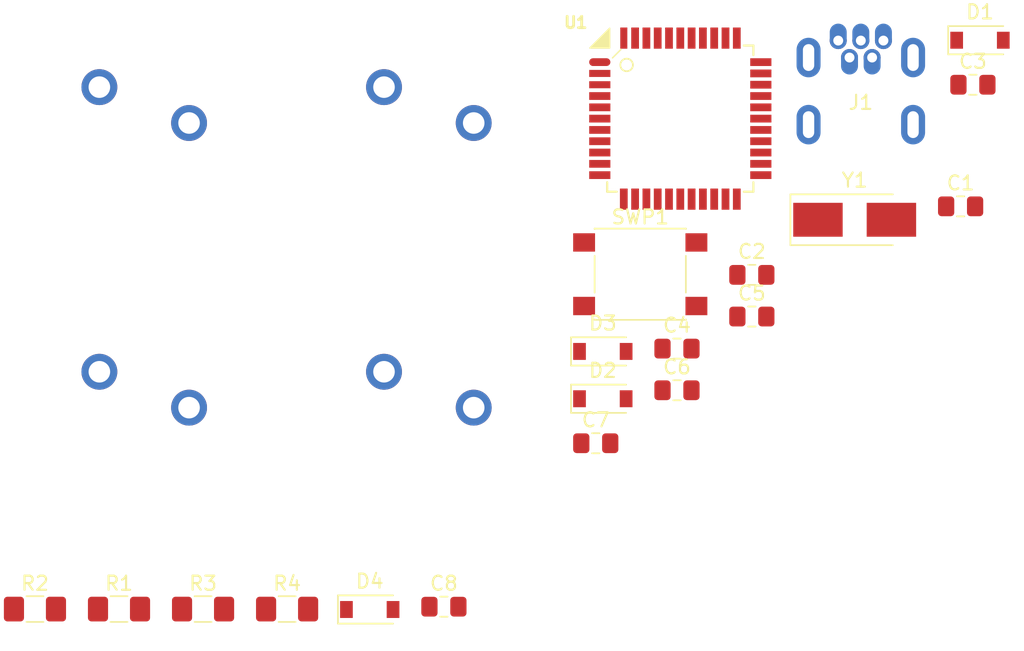
<source format=kicad_pcb>
(kicad_pcb (version 20171130) (host pcbnew "(5.1.6)-1")

  (general
    (thickness 1.6)
    (drawings 0)
    (tracks 0)
    (zones 0)
    (modules 24)
    (nets 48)
  )

  (page A4)
  (layers
    (0 F.Cu signal)
    (31 B.Cu signal)
    (32 B.Adhes user)
    (33 F.Adhes user)
    (34 B.Paste user)
    (35 F.Paste user)
    (36 B.SilkS user)
    (37 F.SilkS user)
    (38 B.Mask user)
    (39 F.Mask user)
    (40 Dwgs.User user)
    (41 Cmts.User user)
    (42 Eco1.User user)
    (43 Eco2.User user)
    (44 Edge.Cuts user)
    (45 Margin user)
    (46 B.CrtYd user)
    (47 F.CrtYd user)
    (48 B.Fab user)
    (49 F.Fab user)
  )

  (setup
    (last_trace_width 0.25)
    (trace_clearance 0.2)
    (zone_clearance 0.508)
    (zone_45_only no)
    (trace_min 0.2)
    (via_size 0.8)
    (via_drill 0.4)
    (via_min_size 0.4)
    (via_min_drill 0.3)
    (uvia_size 0.3)
    (uvia_drill 0.1)
    (uvias_allowed no)
    (uvia_min_size 0.2)
    (uvia_min_drill 0.1)
    (edge_width 0.05)
    (segment_width 0.2)
    (pcb_text_width 0.3)
    (pcb_text_size 1.5 1.5)
    (mod_edge_width 0.12)
    (mod_text_size 1 1)
    (mod_text_width 0.15)
    (pad_size 1.524 1.524)
    (pad_drill 0.762)
    (pad_to_mask_clearance 0.05)
    (aux_axis_origin 0 0)
    (visible_elements FFFFFF7F)
    (pcbplotparams
      (layerselection 0x010fc_ffffffff)
      (usegerberextensions false)
      (usegerberattributes true)
      (usegerberadvancedattributes true)
      (creategerberjobfile true)
      (excludeedgelayer true)
      (linewidth 0.100000)
      (plotframeref false)
      (viasonmask false)
      (mode 1)
      (useauxorigin false)
      (hpglpennumber 1)
      (hpglpenspeed 20)
      (hpglpendiameter 15.000000)
      (psnegative false)
      (psa4output false)
      (plotreference true)
      (plotvalue true)
      (plotinvisibletext false)
      (padsonsilk false)
      (subtractmaskfromsilk false)
      (outputformat 1)
      (mirror false)
      (drillshape 1)
      (scaleselection 1)
      (outputdirectory ""))
  )

  (net 0 "")
  (net 1 GND)
  (net 2 RST)
  (net 3 "Net-(C2-Pad1)")
  (net 4 "Net-(C3-Pad2)")
  (net 5 +5V)
  (net 6 "Net-(C5-Pad1)")
  (net 7 "Net-(D1-Pad2)")
  (net 8 ROW1)
  (net 9 "Net-(D2-Pad2)")
  (net 10 "Net-(D3-Pad2)")
  (net 11 ROW2)
  (net 12 "Net-(D4-Pad2)")
  (net 13 "Net-(J1-Pad6)")
  (net 14 "Net-(J1-Pad2)")
  (net 15 "Net-(J1-Pad4)")
  (net 16 "Net-(J1-Pad3)")
  (net 17 "Net-(R2-Pad1)")
  (net 18 "Net-(R3-Pad2)")
  (net 19 "Net-(R4-Pad2)")
  (net 20 COL1)
  (net 21 COL2)
  (net 22 "Net-(U1-Pad42)")
  (net 23 "Net-(U1-Pad41)")
  (net 24 "Net-(U1-Pad40)")
  (net 25 "Net-(U1-Pad39)")
  (net 26 "Net-(U1-Pad38)")
  (net 27 "Net-(U1-Pad37)")
  (net 28 "Net-(U1-Pad36)")
  (net 29 "Net-(U1-Pad32)")
  (net 30 "Net-(U1-Pad31)")
  (net 31 "Net-(U1-Pad30)")
  (net 32 "Net-(U1-Pad29)")
  (net 33 "Net-(U1-Pad28)")
  (net 34 "Net-(U1-Pad27)")
  (net 35 "Net-(U1-Pad26)")
  (net 36 "Net-(U1-Pad25)")
  (net 37 "Net-(U1-Pad22)")
  (net 38 "Net-(U1-Pad21)")
  (net 39 "Net-(U1-Pad20)")
  (net 40 "Net-(U1-Pad19)")
  (net 41 "Net-(U1-Pad18)")
  (net 42 "Net-(U1-Pad12)")
  (net 43 "Net-(U1-Pad11)")
  (net 44 "Net-(U1-Pad10)")
  (net 45 "Net-(U1-Pad9)")
  (net 46 "Net-(U1-Pad8)")
  (net 47 "Net-(U1-Pad1)")

  (net_class Default "This is the default net class."
    (clearance 0.2)
    (trace_width 0.25)
    (via_dia 0.8)
    (via_drill 0.4)
    (uvia_dia 0.3)
    (uvia_drill 0.1)
    (add_net +5V)
    (add_net COL1)
    (add_net COL2)
    (add_net GND)
    (add_net "Net-(C2-Pad1)")
    (add_net "Net-(C3-Pad2)")
    (add_net "Net-(C5-Pad1)")
    (add_net "Net-(D1-Pad2)")
    (add_net "Net-(D2-Pad2)")
    (add_net "Net-(D3-Pad2)")
    (add_net "Net-(D4-Pad2)")
    (add_net "Net-(J1-Pad2)")
    (add_net "Net-(J1-Pad3)")
    (add_net "Net-(J1-Pad4)")
    (add_net "Net-(J1-Pad6)")
    (add_net "Net-(R2-Pad1)")
    (add_net "Net-(R3-Pad2)")
    (add_net "Net-(R4-Pad2)")
    (add_net "Net-(U1-Pad1)")
    (add_net "Net-(U1-Pad10)")
    (add_net "Net-(U1-Pad11)")
    (add_net "Net-(U1-Pad12)")
    (add_net "Net-(U1-Pad18)")
    (add_net "Net-(U1-Pad19)")
    (add_net "Net-(U1-Pad20)")
    (add_net "Net-(U1-Pad21)")
    (add_net "Net-(U1-Pad22)")
    (add_net "Net-(U1-Pad25)")
    (add_net "Net-(U1-Pad26)")
    (add_net "Net-(U1-Pad27)")
    (add_net "Net-(U1-Pad28)")
    (add_net "Net-(U1-Pad29)")
    (add_net "Net-(U1-Pad30)")
    (add_net "Net-(U1-Pad31)")
    (add_net "Net-(U1-Pad32)")
    (add_net "Net-(U1-Pad36)")
    (add_net "Net-(U1-Pad37)")
    (add_net "Net-(U1-Pad38)")
    (add_net "Net-(U1-Pad39)")
    (add_net "Net-(U1-Pad40)")
    (add_net "Net-(U1-Pad41)")
    (add_net "Net-(U1-Pad42)")
    (add_net "Net-(U1-Pad8)")
    (add_net "Net-(U1-Pad9)")
    (add_net ROW1)
    (add_net ROW2)
    (add_net RST)
  )

  (module Crystal:Crystal_SMD_5032-2Pin_5.0x3.2mm_HandSoldering (layer F.Cu) (tedit 5A0FD1B2) (tstamp 5EDC2ED9)
    (at 158.87 92.39)
    (descr "SMD Crystal SERIES SMD2520/2 http://www.icbase.com/File/PDF/HKC/HKC00061008.pdf, hand-soldering, 5.0x3.2mm^2 package")
    (tags "SMD SMT crystal hand-soldering")
    (path /5EDC7BE6)
    (attr smd)
    (fp_text reference Y1 (at 0 -2.8) (layer F.SilkS)
      (effects (font (size 1 1) (thickness 0.15)))
    )
    (fp_text value 16Mhz (at 0 2.8) (layer F.Fab)
      (effects (font (size 1 1) (thickness 0.15)))
    )
    (fp_text user %R (at 0 0) (layer F.Fab)
      (effects (font (size 1 1) (thickness 0.15)))
    )
    (fp_line (start -2.3 -1.6) (end 2.3 -1.6) (layer F.Fab) (width 0.1))
    (fp_line (start 2.3 -1.6) (end 2.5 -1.4) (layer F.Fab) (width 0.1))
    (fp_line (start 2.5 -1.4) (end 2.5 1.4) (layer F.Fab) (width 0.1))
    (fp_line (start 2.5 1.4) (end 2.3 1.6) (layer F.Fab) (width 0.1))
    (fp_line (start 2.3 1.6) (end -2.3 1.6) (layer F.Fab) (width 0.1))
    (fp_line (start -2.3 1.6) (end -2.5 1.4) (layer F.Fab) (width 0.1))
    (fp_line (start -2.5 1.4) (end -2.5 -1.4) (layer F.Fab) (width 0.1))
    (fp_line (start -2.5 -1.4) (end -2.3 -1.6) (layer F.Fab) (width 0.1))
    (fp_line (start -2.5 0.6) (end -1.5 1.6) (layer F.Fab) (width 0.1))
    (fp_line (start 2.7 -1.8) (end -4.55 -1.8) (layer F.SilkS) (width 0.12))
    (fp_line (start -4.55 -1.8) (end -4.55 1.8) (layer F.SilkS) (width 0.12))
    (fp_line (start -4.55 1.8) (end 2.7 1.8) (layer F.SilkS) (width 0.12))
    (fp_line (start -4.6 -1.9) (end -4.6 1.9) (layer F.CrtYd) (width 0.05))
    (fp_line (start -4.6 1.9) (end 4.6 1.9) (layer F.CrtYd) (width 0.05))
    (fp_line (start 4.6 1.9) (end 4.6 -1.9) (layer F.CrtYd) (width 0.05))
    (fp_line (start 4.6 -1.9) (end -4.6 -1.9) (layer F.CrtYd) (width 0.05))
    (fp_circle (center 0 0) (end 0.4 0) (layer F.Adhes) (width 0.1))
    (fp_circle (center 0 0) (end 0.333333 0) (layer F.Adhes) (width 0.133333))
    (fp_circle (center 0 0) (end 0.213333 0) (layer F.Adhes) (width 0.133333))
    (fp_circle (center 0 0) (end 0.093333 0) (layer F.Adhes) (width 0.186667))
    (pad 2 smd rect (at 2.6 0) (size 3.5 2.4) (layers F.Cu F.Paste F.Mask)
      (net 4 "Net-(C3-Pad2)"))
    (pad 1 smd rect (at -2.6 0) (size 3.5 2.4) (layers F.Cu F.Paste F.Mask)
      (net 3 "Net-(C2-Pad1)"))
    (model ${KISYS3DMOD}/Crystal.3dshapes/Crystal_SMD_5032-2Pin_5.0x3.2mm_HandSoldering.wrl
      (at (xyz 0 0 0))
      (scale (xyz 1 1 1))
      (rotate (xyz 0 0 0))
    )
  )

  (module acheron_Components:TQPF-44_10x10mm_P0.8mm (layer F.Cu) (tedit 5D51DEED) (tstamp 5EDC2EBE)
    (at 146.525 85.23)
    (descr "44-Lead Plastic Thin Quad Flatpack (PT) - 10x10x1.0 mm Body [TQFP] (see Microchip Packaging Specification 00000049BS.pdf)")
    (tags "QFP 0.8")
    (path /5EDB8856)
    (attr smd)
    (fp_text reference U1 (at -7.4 -6.8) (layer F.SilkS)
      (effects (font (size 0.8 0.8) (thickness 0.2)))
    )
    (fp_text value ATmega32U4-AU (at 0 7.8) (layer F.Fab)
      (effects (font (size 0.6 0.6) (thickness 0.1)))
    )
    (fp_text user 1 (at -8.2 -4) (layer F.Fab)
      (effects (font (size 1 1) (thickness 0.15)))
    )
    (fp_text user %R (at 0 0) (layer F.Fab)
      (effects (font (size 1 1) (thickness 0.15)))
    )
    (fp_line (start -4 -5) (end 5 -5) (layer F.Fab) (width 0.15))
    (fp_line (start 5 -5) (end 5 5) (layer F.Fab) (width 0.15))
    (fp_line (start 5 5) (end -5 5) (layer F.Fab) (width 0.15))
    (fp_line (start -5 5) (end -5 -4) (layer F.Fab) (width 0.15))
    (fp_line (start -5 -4) (end -4 -5) (layer F.Fab) (width 0.15))
    (fp_line (start -6.7 -6.7) (end -6.7 6.7) (layer F.CrtYd) (width 0.05))
    (fp_line (start 6.7 -6.7) (end 6.7 6.7) (layer F.CrtYd) (width 0.05))
    (fp_line (start -6.7 -6.7) (end 6.7 -6.7) (layer F.CrtYd) (width 0.05))
    (fp_line (start -6.7 6.7) (end 6.7 6.7) (layer F.CrtYd) (width 0.05))
    (fp_line (start 5.175 -5.175) (end 5.175 -4.5) (layer F.SilkS) (width 0.15))
    (fp_line (start 5.175 5.175) (end 5.175 4.5) (layer F.SilkS) (width 0.15))
    (fp_line (start -5.175 5.175) (end -5.175 4.5) (layer F.SilkS) (width 0.15))
    (fp_line (start -5.175 5.175) (end -4.5 5.175) (layer F.SilkS) (width 0.15))
    (fp_line (start 5.175 5.175) (end 4.5 5.175) (layer F.SilkS) (width 0.15))
    (fp_line (start 5.175 -5.175) (end 4.5 -5.175) (layer F.SilkS) (width 0.15))
    (fp_poly (pts (xy -6.4 -5) (xy -5 -5) (xy -5 -6.4)) (layer F.SilkS) (width 0.1))
    (fp_circle (center -3.8 -3.8) (end -3.352786 -3.8) (layer F.SilkS) (width 0.12))
    (fp_line (start -7.8 -4) (end -7 -4) (layer F.Fab) (width 0.12))
    (fp_line (start -7 -4) (end -7.2 -4.2) (layer F.Fab) (width 0.12))
    (fp_line (start -7 -4) (end -7.2 -3.8) (layer F.Fab) (width 0.12))
    (fp_line (start -4.8 -4.3) (end -4.2 -4.9) (layer F.SilkS) (width 0.1))
    (pad 44 smd trapezoid (at -4 -5.7 90) (size 1.5 0.5) (layers F.Cu F.Paste F.Mask)
      (net 5 +5V))
    (pad 43 smd trapezoid (at -3.2 -5.7 90) (size 1.5 0.55) (layers F.Cu F.Paste F.Mask)
      (net 1 GND))
    (pad 42 smd trapezoid (at -2.4 -5.7 90) (size 1.5 0.55) (layers F.Cu F.Paste F.Mask)
      (net 22 "Net-(U1-Pad42)"))
    (pad 41 smd trapezoid (at -1.6 -5.7 90) (size 1.5 0.55) (layers F.Cu F.Paste F.Mask)
      (net 23 "Net-(U1-Pad41)"))
    (pad 40 smd trapezoid (at -0.8 -5.7 90) (size 1.5 0.55) (layers F.Cu F.Paste F.Mask)
      (net 24 "Net-(U1-Pad40)"))
    (pad 39 smd trapezoid (at 0 -5.7 90) (size 1.5 0.55) (layers F.Cu F.Paste F.Mask)
      (net 25 "Net-(U1-Pad39)"))
    (pad 38 smd trapezoid (at 0.8 -5.7 90) (size 1.5 0.55) (layers F.Cu F.Paste F.Mask)
      (net 26 "Net-(U1-Pad38)"))
    (pad 37 smd trapezoid (at 1.6 -5.7 90) (size 1.5 0.55) (layers F.Cu F.Paste F.Mask)
      (net 27 "Net-(U1-Pad37)"))
    (pad 36 smd trapezoid (at 2.4 -5.7 90) (size 1.5 0.55) (layers F.Cu F.Paste F.Mask)
      (net 28 "Net-(U1-Pad36)"))
    (pad 35 smd trapezoid (at 3.2 -5.7 90) (size 1.5 0.55) (layers F.Cu F.Paste F.Mask)
      (net 1 GND))
    (pad 34 smd trapezoid (at 4 -5.7 90) (size 1.5 0.55) (layers F.Cu F.Paste F.Mask)
      (net 5 +5V))
    (pad 33 smd trapezoid (at 5.7 -4) (size 1.5 0.55) (layers F.Cu F.Paste F.Mask)
      (net 19 "Net-(R4-Pad2)"))
    (pad 32 smd trapezoid (at 5.7 -3.2) (size 1.5 0.55) (layers F.Cu F.Paste F.Mask)
      (net 29 "Net-(U1-Pad32)"))
    (pad 31 smd trapezoid (at 5.7 -2.4) (size 1.5 0.55) (layers F.Cu F.Paste F.Mask)
      (net 30 "Net-(U1-Pad31)"))
    (pad 30 smd trapezoid (at 5.7 -1.6) (size 1.5 0.55) (layers F.Cu F.Paste F.Mask)
      (net 31 "Net-(U1-Pad30)"))
    (pad 29 smd trapezoid (at 5.7 -0.8) (size 1.5 0.55) (layers F.Cu F.Paste F.Mask)
      (net 32 "Net-(U1-Pad29)"))
    (pad 28 smd trapezoid (at 5.7 0) (size 1.5 0.55) (layers F.Cu F.Paste F.Mask)
      (net 33 "Net-(U1-Pad28)"))
    (pad 27 smd trapezoid (at 5.7 0.8) (size 1.5 0.55) (layers F.Cu F.Paste F.Mask)
      (net 34 "Net-(U1-Pad27)"))
    (pad 26 smd trapezoid (at 5.7 1.6) (size 1.5 0.55) (layers F.Cu F.Paste F.Mask)
      (net 35 "Net-(U1-Pad26)"))
    (pad 25 smd trapezoid (at 5.7 2.4) (size 1.5 0.55) (layers F.Cu F.Paste F.Mask)
      (net 36 "Net-(U1-Pad25)"))
    (pad 24 smd trapezoid (at 5.7 3.2) (size 1.5 0.55) (layers F.Cu F.Paste F.Mask)
      (net 5 +5V))
    (pad 23 smd trapezoid (at 5.7 4) (size 1.5 0.55) (layers F.Cu F.Paste F.Mask)
      (net 1 GND))
    (pad 22 smd trapezoid (at 4 5.7 90) (size 1.5 0.55) (layers F.Cu F.Paste F.Mask)
      (net 37 "Net-(U1-Pad22)"))
    (pad 21 smd trapezoid (at 3.2 5.7 90) (size 1.5 0.55) (layers F.Cu F.Paste F.Mask)
      (net 38 "Net-(U1-Pad21)"))
    (pad 20 smd trapezoid (at 2.4 5.7 90) (size 1.5 0.55) (layers F.Cu F.Paste F.Mask)
      (net 39 "Net-(U1-Pad20)"))
    (pad 19 smd trapezoid (at 1.6 5.7 90) (size 1.5 0.55) (layers F.Cu F.Paste F.Mask)
      (net 40 "Net-(U1-Pad19)"))
    (pad 18 smd trapezoid (at 0.8 5.7 90) (size 1.5 0.55) (layers F.Cu F.Paste F.Mask)
      (net 41 "Net-(U1-Pad18)"))
    (pad 17 smd trapezoid (at 0 5.7 90) (size 1.5 0.55) (layers F.Cu F.Paste F.Mask)
      (net 3 "Net-(C2-Pad1)"))
    (pad 16 smd trapezoid (at -0.8 5.7 90) (size 1.5 0.55) (layers F.Cu F.Paste F.Mask)
      (net 4 "Net-(C3-Pad2)"))
    (pad 15 smd trapezoid (at -1.6 5.7 90) (size 1.5 0.55) (layers F.Cu F.Paste F.Mask)
      (net 1 GND))
    (pad 14 smd trapezoid (at -2.4 5.7 90) (size 1.5 0.55) (layers F.Cu F.Paste F.Mask)
      (net 5 +5V))
    (pad 13 smd trapezoid (at -3.2 5.7 90) (size 1.5 0.55) (layers F.Cu F.Paste F.Mask)
      (net 2 RST))
    (pad 12 smd trapezoid (at -4 5.7 90) (size 1.5 0.55) (layers F.Cu F.Paste F.Mask)
      (net 42 "Net-(U1-Pad12)"))
    (pad 11 smd trapezoid (at -5.7 4) (size 1.5 0.55) (layers F.Cu F.Paste F.Mask)
      (net 43 "Net-(U1-Pad11)"))
    (pad 10 smd trapezoid (at -5.7 3.2) (size 1.5 0.55) (layers F.Cu F.Paste F.Mask)
      (net 44 "Net-(U1-Pad10)"))
    (pad 9 smd trapezoid (at -5.7 2.4) (size 1.5 0.55) (layers F.Cu F.Paste F.Mask)
      (net 45 "Net-(U1-Pad9)"))
    (pad 8 smd trapezoid (at -5.7 1.6) (size 1.5 0.55) (layers F.Cu F.Paste F.Mask)
      (net 46 "Net-(U1-Pad8)"))
    (pad 7 smd trapezoid (at -5.7 0.8) (size 1.5 0.55) (layers F.Cu F.Paste F.Mask)
      (net 5 +5V))
    (pad 6 smd trapezoid (at -5.7 0) (size 1.5 0.55) (layers F.Cu F.Paste F.Mask)
      (net 6 "Net-(C5-Pad1)"))
    (pad 5 smd trapezoid (at -5.7 -0.8) (size 1.5 0.55) (layers F.Cu F.Paste F.Mask)
      (net 1 GND))
    (pad 4 smd trapezoid (at -5.7 -1.6) (size 1.5 0.55) (layers F.Cu F.Paste F.Mask)
      (net 17 "Net-(R2-Pad1)"))
    (pad 3 smd trapezoid (at -5.7 -2.4) (size 1.5 0.5) (layers F.Cu F.Paste F.Mask)
      (net 18 "Net-(R3-Pad2)"))
    (pad 2 smd trapezoid (at -5.7 -3.2) (size 1.5 0.5) (layers F.Cu F.Paste F.Mask)
      (net 5 +5V))
    (pad 1 smd oval (at -5.7 -4) (size 1.5 0.55) (layers F.Cu F.Paste F.Mask)
      (net 47 "Net-(U1-Pad1)"))
    (model ${KISYS3DMOD}/Package_QFP.3dshapes/TQFP-44_10x10mm_P0.8mm.wrl
      (at (xyz 0 0 0))
      (scale (xyz 1 1 1))
      (rotate (xyz 0 0 0))
    )
  )

  (module Button_Switch_SMD:SW_Push_1P1T_NO_6x6mm_H9.5mm (layer F.Cu) (tedit 5CA1CA7F) (tstamp 5EDC2E29)
    (at 143.69 96.245)
    (descr "tactile push button, 6x6mm e.g. PTS645xx series, height=9.5mm")
    (tags "tact sw push 6mm smd")
    (path /5EDD8E53)
    (attr smd)
    (fp_text reference SWP1 (at 0 -4.05) (layer F.SilkS)
      (effects (font (size 1 1) (thickness 0.15)))
    )
    (fp_text value SW_Push (at 0 4.15) (layer F.Fab)
      (effects (font (size 1 1) (thickness 0.15)))
    )
    (fp_text user %R (at 0 -4.05) (layer F.Fab)
      (effects (font (size 1 1) (thickness 0.15)))
    )
    (fp_line (start -3 -3) (end -3 3) (layer F.Fab) (width 0.1))
    (fp_line (start -3 3) (end 3 3) (layer F.Fab) (width 0.1))
    (fp_line (start 3 3) (end 3 -3) (layer F.Fab) (width 0.1))
    (fp_line (start 3 -3) (end -3 -3) (layer F.Fab) (width 0.1))
    (fp_line (start 5 3.25) (end 5 -3.25) (layer F.CrtYd) (width 0.05))
    (fp_line (start -5 -3.25) (end -5 3.25) (layer F.CrtYd) (width 0.05))
    (fp_line (start -5 3.25) (end 5 3.25) (layer F.CrtYd) (width 0.05))
    (fp_line (start -5 -3.25) (end 5 -3.25) (layer F.CrtYd) (width 0.05))
    (fp_line (start 3.23 -3.23) (end 3.23 -3.2) (layer F.SilkS) (width 0.12))
    (fp_line (start 3.23 3.23) (end 3.23 3.2) (layer F.SilkS) (width 0.12))
    (fp_line (start -3.23 3.23) (end -3.23 3.2) (layer F.SilkS) (width 0.12))
    (fp_line (start -3.23 -3.2) (end -3.23 -3.23) (layer F.SilkS) (width 0.12))
    (fp_line (start 3.23 -1.3) (end 3.23 1.3) (layer F.SilkS) (width 0.12))
    (fp_line (start -3.23 -3.23) (end 3.23 -3.23) (layer F.SilkS) (width 0.12))
    (fp_line (start -3.23 -1.3) (end -3.23 1.3) (layer F.SilkS) (width 0.12))
    (fp_line (start -3.23 3.23) (end 3.23 3.23) (layer F.SilkS) (width 0.12))
    (fp_circle (center 0 0) (end 1.75 -0.05) (layer F.Fab) (width 0.1))
    (pad 2 smd rect (at 3.975 2.25) (size 1.55 1.3) (layers F.Cu F.Paste F.Mask)
      (net 2 RST))
    (pad 1 smd rect (at 3.975 -2.25) (size 1.55 1.3) (layers F.Cu F.Paste F.Mask)
      (net 1 GND))
    (pad 1 smd rect (at -3.975 -2.25) (size 1.55 1.3) (layers F.Cu F.Paste F.Mask)
      (net 1 GND))
    (pad 2 smd rect (at -3.975 2.25) (size 1.55 1.3) (layers F.Cu F.Paste F.Mask)
      (net 2 RST))
    (model ${KISYS3DMOD}/Button_Switch_SMD.3dshapes/SW_PUSH_6mm_H9.5mm.wrl
      (at (xyz 0 0 0))
      (scale (xyz 1 1 1))
      (rotate (xyz 0 0 0))
    )
  )

  (module acheron_MX:MX100 (layer F.Cu) (tedit 5DD9CA7E) (tstamp 5EDC2E0F)
    (at 107.94 88.08)
    (path /5EE3DBED)
    (fp_text reference SW4 (at 0 3.175) (layer Cmts.User)
      (effects (font (size 1 1) (thickness 0.15) italic))
    )
    (fp_text value MXSwitch (at 0 8.636) (layer Cmts.User)
      (effects (font (size 1 1) (thickness 0.15)))
    )
    (fp_arc (start 7.239 6.223) (end 7.239 5.969) (angle -90) (layer Eco1.User) (width 0.1))
    (fp_arc (start 7.747 -3.175) (end 8.001 -3.175) (angle 90) (layer Eco1.User) (width 0.1))
    (fp_arc (start 6.731 -6.731) (end 6.985 -6.731) (angle -90) (layer Eco1.User) (width 0.1))
    (fp_arc (start 7.239 -2.667) (end 6.985 -2.667) (angle 90) (layer Eco1.User) (width 0.1))
    (fp_arc (start 7.747 3.175) (end 8.001 3.175) (angle -90) (layer Eco1.User) (width 0.1))
    (fp_arc (start 6.731 6.731) (end 6.731 6.985) (angle -90) (layer Eco1.User) (width 0.1))
    (fp_arc (start 7.239 -6.223) (end 7.239 -5.969) (angle 90) (layer Eco1.User) (width 0.1))
    (fp_arc (start 7.747 -5.715) (end 7.747 -5.969) (angle 90) (layer Eco1.User) (width 0.1))
    (fp_arc (start 7.747 5.715) (end 7.747 5.969) (angle -90) (layer Eco1.User) (width 0.1))
    (fp_arc (start 7.239 2.667) (end 6.985 2.667) (angle -90) (layer Eco1.User) (width 0.1))
    (fp_arc (start -6.731 6.731) (end -6.985 6.731) (angle -90) (layer Eco1.User) (width 0.1))
    (fp_arc (start -7.747 3.175) (end -8.001 3.175) (angle 90) (layer Eco1.User) (width 0.1))
    (fp_arc (start -7.239 6.223) (end -7.239 5.969) (angle 90) (layer Eco1.User) (width 0.1))
    (fp_arc (start -7.747 5.715) (end -7.747 5.969) (angle 90) (layer Eco1.User) (width 0.1))
    (fp_arc (start -7.239 2.667) (end -6.985 2.667) (angle 90) (layer Eco1.User) (width 0.1))
    (fp_arc (start -7.239 -2.667) (end -6.985 -2.667) (angle -90) (layer Eco1.User) (width 0.1))
    (fp_arc (start -7.747 -3.175) (end -8.001 -3.175) (angle -90) (layer Eco1.User) (width 0.1))
    (fp_arc (start -7.747 -5.715) (end -7.747 -5.969) (angle -90) (layer Eco1.User) (width 0.1))
    (fp_arc (start -7.239 -6.223) (end -7.239 -5.969) (angle -90) (layer Eco1.User) (width 0.1))
    (fp_arc (start -6.731 -6.731) (end -6.731 -6.985) (angle -90) (layer Eco1.User) (width 0.1))
    (fp_line (start 9.525 -9.525) (end 9.525 9.525) (layer Dwgs.User) (width 0.1))
    (fp_line (start 9.525 9.525) (end -9.525 9.525) (layer Dwgs.User) (width 0.1))
    (fp_line (start -9.525 9.525) (end -9.525 -9.525) (layer Dwgs.User) (width 0.1))
    (fp_line (start -9.525 -9.525) (end 9.525 -9.525) (layer Dwgs.User) (width 0.1))
    (fp_circle (center -1.27 5.08) (end -0.35419 5.08) (layer Dwgs.User) (width 0.1))
    (fp_line (start 0.508 4.318) (end 2.032 4.318) (layer Dwgs.User) (width 0.1))
    (fp_line (start 2.032 5.842) (end 2.032 4.318) (layer Dwgs.User) (width 0.1))
    (fp_line (start 2.032 5.842) (end 0.508 5.842) (layer Dwgs.User) (width 0.1))
    (fp_line (start 0.508 4.318) (end 0.508 5.842) (layer Dwgs.User) (width 0.1))
    (fp_line (start -0.127 5.08) (end 0.127 5.08) (layer Dwgs.User) (width 0.05))
    (fp_line (start 0 4.953) (end 0 5.207) (layer Dwgs.User) (width 0.05))
    (fp_line (start -6.8 -6.8) (end -6.8 6.8) (layer B.CrtYd) (width 0.1))
    (fp_line (start -6.8 -6.8) (end 6.8 -6.8) (layer B.CrtYd) (width 0.1))
    (fp_line (start 6.8 -6.8) (end 6.8 6.8) (layer B.CrtYd) (width 0.1))
    (fp_line (start -6.8 6.8) (end 6.8 6.8) (layer B.CrtYd) (width 0.1))
    (fp_line (start 6.731 6.985) (end -6.731 6.985) (layer Eco1.User) (width 0.1))
    (fp_line (start 6.731 -6.985) (end -6.731 -6.985) (layer Eco1.User) (width 0.1))
    (fp_line (start -6.985 -2.667) (end -6.985 2.667) (layer Eco1.User) (width 0.1))
    (fp_line (start -6.985 -6.223) (end -6.985 -6.731) (layer Eco1.User) (width 0.1))
    (fp_line (start -7.747 -5.969) (end -7.239 -5.969) (layer Eco1.User) (width 0.1))
    (fp_line (start -8.001 -5.715) (end -8.001 -3.175) (layer Eco1.User) (width 0.1))
    (fp_line (start 0 -2.286) (end 0 2.286) (layer Eco1.User) (width 0.1))
    (fp_line (start -2.159 0) (end 2.159 0) (layer Eco1.User) (width 0.1))
    (fp_circle (center 0 0) (end 1.905 0) (layer Eco1.User) (width 0.1))
    (fp_line (start -7.747 -2.921) (end -7.239 -2.921) (layer Eco1.User) (width 0.1))
    (fp_line (start -7.747 2.921) (end -7.239 2.921) (layer Eco1.User) (width 0.1))
    (fp_line (start -7.747 5.969) (end -7.239 5.969) (layer Eco1.User) (width 0.1))
    (fp_line (start -6.985 6.223) (end -6.985 6.731) (layer Eco1.User) (width 0.1))
    (fp_line (start -8.001 5.715) (end -8.001 3.175) (layer Eco1.User) (width 0.1))
    (fp_line (start 8.001 -5.715) (end 8.001 -3.175) (layer Eco1.User) (width 0.1))
    (fp_line (start 6.985 -6.223) (end 6.985 -6.731) (layer Eco1.User) (width 0.1))
    (fp_line (start 7.747 -5.969) (end 7.239 -5.969) (layer Eco1.User) (width 0.1))
    (fp_line (start 6.985 2.667) (end 6.985 -2.667) (layer Eco1.User) (width 0.1))
    (fp_line (start 7.747 -2.921) (end 7.239 -2.921) (layer Eco1.User) (width 0.1))
    (fp_line (start 7.747 2.921) (end 7.239 2.921) (layer Eco1.User) (width 0.1))
    (fp_line (start 7.747 5.969) (end 7.239 5.969) (layer Eco1.User) (width 0.1))
    (fp_line (start 6.985 6.223) (end 6.985 6.731) (layer Eco1.User) (width 0.1))
    (fp_line (start 8.001 5.715) (end 8.001 3.175) (layer Eco1.User) (width 0.1))
    (pad 2 thru_hole circle (at 3.81 -2.54 90) (size 2.54 2.54) (drill 1.525) (layers *.Cu *.Mask)
      (net 12 "Net-(D4-Pad2)"))
    (pad 1 thru_hole circle (at -2.54 -5.08) (size 2.54 2.54) (drill 1.525) (layers *.Cu *.Mask)
      (net 21 COL2))
    (pad "" np_thru_hole circle (at -5.08 0) (size 1.7018 1.7018) (drill 1.7018) (layers *.Cu *.Mask))
    (pad "" np_thru_hole circle (at 5.08 0) (size 1.7018 1.7018) (drill 1.7018) (layers *.Cu *.Mask))
    (pad "" np_thru_hole circle (at 0 0) (size 3.9878 3.9878) (drill 3.9878) (layers *.Cu *.Mask))
  )

  (module acheron_MX:MX100 (layer F.Cu) (tedit 5DD9CA7E) (tstamp 5EDC2DCC)
    (at 107.94 108.23)
    (path /5EE3DBE1)
    (fp_text reference SW3 (at 0 3.175) (layer Cmts.User)
      (effects (font (size 1 1) (thickness 0.15) italic))
    )
    (fp_text value MXSwitch (at 0 8.636) (layer Cmts.User)
      (effects (font (size 1 1) (thickness 0.15)))
    )
    (fp_arc (start 7.239 6.223) (end 7.239 5.969) (angle -90) (layer Eco1.User) (width 0.1))
    (fp_arc (start 7.747 -3.175) (end 8.001 -3.175) (angle 90) (layer Eco1.User) (width 0.1))
    (fp_arc (start 6.731 -6.731) (end 6.985 -6.731) (angle -90) (layer Eco1.User) (width 0.1))
    (fp_arc (start 7.239 -2.667) (end 6.985 -2.667) (angle 90) (layer Eco1.User) (width 0.1))
    (fp_arc (start 7.747 3.175) (end 8.001 3.175) (angle -90) (layer Eco1.User) (width 0.1))
    (fp_arc (start 6.731 6.731) (end 6.731 6.985) (angle -90) (layer Eco1.User) (width 0.1))
    (fp_arc (start 7.239 -6.223) (end 7.239 -5.969) (angle 90) (layer Eco1.User) (width 0.1))
    (fp_arc (start 7.747 -5.715) (end 7.747 -5.969) (angle 90) (layer Eco1.User) (width 0.1))
    (fp_arc (start 7.747 5.715) (end 7.747 5.969) (angle -90) (layer Eco1.User) (width 0.1))
    (fp_arc (start 7.239 2.667) (end 6.985 2.667) (angle -90) (layer Eco1.User) (width 0.1))
    (fp_arc (start -6.731 6.731) (end -6.985 6.731) (angle -90) (layer Eco1.User) (width 0.1))
    (fp_arc (start -7.747 3.175) (end -8.001 3.175) (angle 90) (layer Eco1.User) (width 0.1))
    (fp_arc (start -7.239 6.223) (end -7.239 5.969) (angle 90) (layer Eco1.User) (width 0.1))
    (fp_arc (start -7.747 5.715) (end -7.747 5.969) (angle 90) (layer Eco1.User) (width 0.1))
    (fp_arc (start -7.239 2.667) (end -6.985 2.667) (angle 90) (layer Eco1.User) (width 0.1))
    (fp_arc (start -7.239 -2.667) (end -6.985 -2.667) (angle -90) (layer Eco1.User) (width 0.1))
    (fp_arc (start -7.747 -3.175) (end -8.001 -3.175) (angle -90) (layer Eco1.User) (width 0.1))
    (fp_arc (start -7.747 -5.715) (end -7.747 -5.969) (angle -90) (layer Eco1.User) (width 0.1))
    (fp_arc (start -7.239 -6.223) (end -7.239 -5.969) (angle -90) (layer Eco1.User) (width 0.1))
    (fp_arc (start -6.731 -6.731) (end -6.731 -6.985) (angle -90) (layer Eco1.User) (width 0.1))
    (fp_line (start 9.525 -9.525) (end 9.525 9.525) (layer Dwgs.User) (width 0.1))
    (fp_line (start 9.525 9.525) (end -9.525 9.525) (layer Dwgs.User) (width 0.1))
    (fp_line (start -9.525 9.525) (end -9.525 -9.525) (layer Dwgs.User) (width 0.1))
    (fp_line (start -9.525 -9.525) (end 9.525 -9.525) (layer Dwgs.User) (width 0.1))
    (fp_circle (center -1.27 5.08) (end -0.35419 5.08) (layer Dwgs.User) (width 0.1))
    (fp_line (start 0.508 4.318) (end 2.032 4.318) (layer Dwgs.User) (width 0.1))
    (fp_line (start 2.032 5.842) (end 2.032 4.318) (layer Dwgs.User) (width 0.1))
    (fp_line (start 2.032 5.842) (end 0.508 5.842) (layer Dwgs.User) (width 0.1))
    (fp_line (start 0.508 4.318) (end 0.508 5.842) (layer Dwgs.User) (width 0.1))
    (fp_line (start -0.127 5.08) (end 0.127 5.08) (layer Dwgs.User) (width 0.05))
    (fp_line (start 0 4.953) (end 0 5.207) (layer Dwgs.User) (width 0.05))
    (fp_line (start -6.8 -6.8) (end -6.8 6.8) (layer B.CrtYd) (width 0.1))
    (fp_line (start -6.8 -6.8) (end 6.8 -6.8) (layer B.CrtYd) (width 0.1))
    (fp_line (start 6.8 -6.8) (end 6.8 6.8) (layer B.CrtYd) (width 0.1))
    (fp_line (start -6.8 6.8) (end 6.8 6.8) (layer B.CrtYd) (width 0.1))
    (fp_line (start 6.731 6.985) (end -6.731 6.985) (layer Eco1.User) (width 0.1))
    (fp_line (start 6.731 -6.985) (end -6.731 -6.985) (layer Eco1.User) (width 0.1))
    (fp_line (start -6.985 -2.667) (end -6.985 2.667) (layer Eco1.User) (width 0.1))
    (fp_line (start -6.985 -6.223) (end -6.985 -6.731) (layer Eco1.User) (width 0.1))
    (fp_line (start -7.747 -5.969) (end -7.239 -5.969) (layer Eco1.User) (width 0.1))
    (fp_line (start -8.001 -5.715) (end -8.001 -3.175) (layer Eco1.User) (width 0.1))
    (fp_line (start 0 -2.286) (end 0 2.286) (layer Eco1.User) (width 0.1))
    (fp_line (start -2.159 0) (end 2.159 0) (layer Eco1.User) (width 0.1))
    (fp_circle (center 0 0) (end 1.905 0) (layer Eco1.User) (width 0.1))
    (fp_line (start -7.747 -2.921) (end -7.239 -2.921) (layer Eco1.User) (width 0.1))
    (fp_line (start -7.747 2.921) (end -7.239 2.921) (layer Eco1.User) (width 0.1))
    (fp_line (start -7.747 5.969) (end -7.239 5.969) (layer Eco1.User) (width 0.1))
    (fp_line (start -6.985 6.223) (end -6.985 6.731) (layer Eco1.User) (width 0.1))
    (fp_line (start -8.001 5.715) (end -8.001 3.175) (layer Eco1.User) (width 0.1))
    (fp_line (start 8.001 -5.715) (end 8.001 -3.175) (layer Eco1.User) (width 0.1))
    (fp_line (start 6.985 -6.223) (end 6.985 -6.731) (layer Eco1.User) (width 0.1))
    (fp_line (start 7.747 -5.969) (end 7.239 -5.969) (layer Eco1.User) (width 0.1))
    (fp_line (start 6.985 2.667) (end 6.985 -2.667) (layer Eco1.User) (width 0.1))
    (fp_line (start 7.747 -2.921) (end 7.239 -2.921) (layer Eco1.User) (width 0.1))
    (fp_line (start 7.747 2.921) (end 7.239 2.921) (layer Eco1.User) (width 0.1))
    (fp_line (start 7.747 5.969) (end 7.239 5.969) (layer Eco1.User) (width 0.1))
    (fp_line (start 6.985 6.223) (end 6.985 6.731) (layer Eco1.User) (width 0.1))
    (fp_line (start 8.001 5.715) (end 8.001 3.175) (layer Eco1.User) (width 0.1))
    (pad 2 thru_hole circle (at 3.81 -2.54 90) (size 2.54 2.54) (drill 1.525) (layers *.Cu *.Mask)
      (net 10 "Net-(D3-Pad2)"))
    (pad 1 thru_hole circle (at -2.54 -5.08) (size 2.54 2.54) (drill 1.525) (layers *.Cu *.Mask)
      (net 20 COL1))
    (pad "" np_thru_hole circle (at -5.08 0) (size 1.7018 1.7018) (drill 1.7018) (layers *.Cu *.Mask))
    (pad "" np_thru_hole circle (at 5.08 0) (size 1.7018 1.7018) (drill 1.7018) (layers *.Cu *.Mask))
    (pad "" np_thru_hole circle (at 0 0) (size 3.9878 3.9878) (drill 3.9878) (layers *.Cu *.Mask))
  )

  (module acheron_MX:MX100 (layer F.Cu) (tedit 5DD9CA7E) (tstamp 5EDC2D89)
    (at 128.09 88.08)
    (path /5EE3A4BA)
    (fp_text reference SW2 (at 0 3.175) (layer Cmts.User)
      (effects (font (size 1 1) (thickness 0.15) italic))
    )
    (fp_text value MXSwitch (at 0 8.636) (layer Cmts.User)
      (effects (font (size 1 1) (thickness 0.15)))
    )
    (fp_arc (start 7.239 6.223) (end 7.239 5.969) (angle -90) (layer Eco1.User) (width 0.1))
    (fp_arc (start 7.747 -3.175) (end 8.001 -3.175) (angle 90) (layer Eco1.User) (width 0.1))
    (fp_arc (start 6.731 -6.731) (end 6.985 -6.731) (angle -90) (layer Eco1.User) (width 0.1))
    (fp_arc (start 7.239 -2.667) (end 6.985 -2.667) (angle 90) (layer Eco1.User) (width 0.1))
    (fp_arc (start 7.747 3.175) (end 8.001 3.175) (angle -90) (layer Eco1.User) (width 0.1))
    (fp_arc (start 6.731 6.731) (end 6.731 6.985) (angle -90) (layer Eco1.User) (width 0.1))
    (fp_arc (start 7.239 -6.223) (end 7.239 -5.969) (angle 90) (layer Eco1.User) (width 0.1))
    (fp_arc (start 7.747 -5.715) (end 7.747 -5.969) (angle 90) (layer Eco1.User) (width 0.1))
    (fp_arc (start 7.747 5.715) (end 7.747 5.969) (angle -90) (layer Eco1.User) (width 0.1))
    (fp_arc (start 7.239 2.667) (end 6.985 2.667) (angle -90) (layer Eco1.User) (width 0.1))
    (fp_arc (start -6.731 6.731) (end -6.985 6.731) (angle -90) (layer Eco1.User) (width 0.1))
    (fp_arc (start -7.747 3.175) (end -8.001 3.175) (angle 90) (layer Eco1.User) (width 0.1))
    (fp_arc (start -7.239 6.223) (end -7.239 5.969) (angle 90) (layer Eco1.User) (width 0.1))
    (fp_arc (start -7.747 5.715) (end -7.747 5.969) (angle 90) (layer Eco1.User) (width 0.1))
    (fp_arc (start -7.239 2.667) (end -6.985 2.667) (angle 90) (layer Eco1.User) (width 0.1))
    (fp_arc (start -7.239 -2.667) (end -6.985 -2.667) (angle -90) (layer Eco1.User) (width 0.1))
    (fp_arc (start -7.747 -3.175) (end -8.001 -3.175) (angle -90) (layer Eco1.User) (width 0.1))
    (fp_arc (start -7.747 -5.715) (end -7.747 -5.969) (angle -90) (layer Eco1.User) (width 0.1))
    (fp_arc (start -7.239 -6.223) (end -7.239 -5.969) (angle -90) (layer Eco1.User) (width 0.1))
    (fp_arc (start -6.731 -6.731) (end -6.731 -6.985) (angle -90) (layer Eco1.User) (width 0.1))
    (fp_line (start 9.525 -9.525) (end 9.525 9.525) (layer Dwgs.User) (width 0.1))
    (fp_line (start 9.525 9.525) (end -9.525 9.525) (layer Dwgs.User) (width 0.1))
    (fp_line (start -9.525 9.525) (end -9.525 -9.525) (layer Dwgs.User) (width 0.1))
    (fp_line (start -9.525 -9.525) (end 9.525 -9.525) (layer Dwgs.User) (width 0.1))
    (fp_circle (center -1.27 5.08) (end -0.35419 5.08) (layer Dwgs.User) (width 0.1))
    (fp_line (start 0.508 4.318) (end 2.032 4.318) (layer Dwgs.User) (width 0.1))
    (fp_line (start 2.032 5.842) (end 2.032 4.318) (layer Dwgs.User) (width 0.1))
    (fp_line (start 2.032 5.842) (end 0.508 5.842) (layer Dwgs.User) (width 0.1))
    (fp_line (start 0.508 4.318) (end 0.508 5.842) (layer Dwgs.User) (width 0.1))
    (fp_line (start -0.127 5.08) (end 0.127 5.08) (layer Dwgs.User) (width 0.05))
    (fp_line (start 0 4.953) (end 0 5.207) (layer Dwgs.User) (width 0.05))
    (fp_line (start -6.8 -6.8) (end -6.8 6.8) (layer B.CrtYd) (width 0.1))
    (fp_line (start -6.8 -6.8) (end 6.8 -6.8) (layer B.CrtYd) (width 0.1))
    (fp_line (start 6.8 -6.8) (end 6.8 6.8) (layer B.CrtYd) (width 0.1))
    (fp_line (start -6.8 6.8) (end 6.8 6.8) (layer B.CrtYd) (width 0.1))
    (fp_line (start 6.731 6.985) (end -6.731 6.985) (layer Eco1.User) (width 0.1))
    (fp_line (start 6.731 -6.985) (end -6.731 -6.985) (layer Eco1.User) (width 0.1))
    (fp_line (start -6.985 -2.667) (end -6.985 2.667) (layer Eco1.User) (width 0.1))
    (fp_line (start -6.985 -6.223) (end -6.985 -6.731) (layer Eco1.User) (width 0.1))
    (fp_line (start -7.747 -5.969) (end -7.239 -5.969) (layer Eco1.User) (width 0.1))
    (fp_line (start -8.001 -5.715) (end -8.001 -3.175) (layer Eco1.User) (width 0.1))
    (fp_line (start 0 -2.286) (end 0 2.286) (layer Eco1.User) (width 0.1))
    (fp_line (start -2.159 0) (end 2.159 0) (layer Eco1.User) (width 0.1))
    (fp_circle (center 0 0) (end 1.905 0) (layer Eco1.User) (width 0.1))
    (fp_line (start -7.747 -2.921) (end -7.239 -2.921) (layer Eco1.User) (width 0.1))
    (fp_line (start -7.747 2.921) (end -7.239 2.921) (layer Eco1.User) (width 0.1))
    (fp_line (start -7.747 5.969) (end -7.239 5.969) (layer Eco1.User) (width 0.1))
    (fp_line (start -6.985 6.223) (end -6.985 6.731) (layer Eco1.User) (width 0.1))
    (fp_line (start -8.001 5.715) (end -8.001 3.175) (layer Eco1.User) (width 0.1))
    (fp_line (start 8.001 -5.715) (end 8.001 -3.175) (layer Eco1.User) (width 0.1))
    (fp_line (start 6.985 -6.223) (end 6.985 -6.731) (layer Eco1.User) (width 0.1))
    (fp_line (start 7.747 -5.969) (end 7.239 -5.969) (layer Eco1.User) (width 0.1))
    (fp_line (start 6.985 2.667) (end 6.985 -2.667) (layer Eco1.User) (width 0.1))
    (fp_line (start 7.747 -2.921) (end 7.239 -2.921) (layer Eco1.User) (width 0.1))
    (fp_line (start 7.747 2.921) (end 7.239 2.921) (layer Eco1.User) (width 0.1))
    (fp_line (start 7.747 5.969) (end 7.239 5.969) (layer Eco1.User) (width 0.1))
    (fp_line (start 6.985 6.223) (end 6.985 6.731) (layer Eco1.User) (width 0.1))
    (fp_line (start 8.001 5.715) (end 8.001 3.175) (layer Eco1.User) (width 0.1))
    (pad 2 thru_hole circle (at 3.81 -2.54 90) (size 2.54 2.54) (drill 1.525) (layers *.Cu *.Mask)
      (net 9 "Net-(D2-Pad2)"))
    (pad 1 thru_hole circle (at -2.54 -5.08) (size 2.54 2.54) (drill 1.525) (layers *.Cu *.Mask)
      (net 21 COL2))
    (pad "" np_thru_hole circle (at -5.08 0) (size 1.7018 1.7018) (drill 1.7018) (layers *.Cu *.Mask))
    (pad "" np_thru_hole circle (at 5.08 0) (size 1.7018 1.7018) (drill 1.7018) (layers *.Cu *.Mask))
    (pad "" np_thru_hole circle (at 0 0) (size 3.9878 3.9878) (drill 3.9878) (layers *.Cu *.Mask))
  )

  (module acheron_MX:MX100 (layer F.Cu) (tedit 5DD9CA7E) (tstamp 5EDC2D46)
    (at 128.09 108.23)
    (path /5EE366EB)
    (fp_text reference SW1 (at 0 3.175) (layer Cmts.User)
      (effects (font (size 1 1) (thickness 0.15) italic))
    )
    (fp_text value MXSwitch (at 0 8.636) (layer Cmts.User)
      (effects (font (size 1 1) (thickness 0.15)))
    )
    (fp_arc (start 7.239 6.223) (end 7.239 5.969) (angle -90) (layer Eco1.User) (width 0.1))
    (fp_arc (start 7.747 -3.175) (end 8.001 -3.175) (angle 90) (layer Eco1.User) (width 0.1))
    (fp_arc (start 6.731 -6.731) (end 6.985 -6.731) (angle -90) (layer Eco1.User) (width 0.1))
    (fp_arc (start 7.239 -2.667) (end 6.985 -2.667) (angle 90) (layer Eco1.User) (width 0.1))
    (fp_arc (start 7.747 3.175) (end 8.001 3.175) (angle -90) (layer Eco1.User) (width 0.1))
    (fp_arc (start 6.731 6.731) (end 6.731 6.985) (angle -90) (layer Eco1.User) (width 0.1))
    (fp_arc (start 7.239 -6.223) (end 7.239 -5.969) (angle 90) (layer Eco1.User) (width 0.1))
    (fp_arc (start 7.747 -5.715) (end 7.747 -5.969) (angle 90) (layer Eco1.User) (width 0.1))
    (fp_arc (start 7.747 5.715) (end 7.747 5.969) (angle -90) (layer Eco1.User) (width 0.1))
    (fp_arc (start 7.239 2.667) (end 6.985 2.667) (angle -90) (layer Eco1.User) (width 0.1))
    (fp_arc (start -6.731 6.731) (end -6.985 6.731) (angle -90) (layer Eco1.User) (width 0.1))
    (fp_arc (start -7.747 3.175) (end -8.001 3.175) (angle 90) (layer Eco1.User) (width 0.1))
    (fp_arc (start -7.239 6.223) (end -7.239 5.969) (angle 90) (layer Eco1.User) (width 0.1))
    (fp_arc (start -7.747 5.715) (end -7.747 5.969) (angle 90) (layer Eco1.User) (width 0.1))
    (fp_arc (start -7.239 2.667) (end -6.985 2.667) (angle 90) (layer Eco1.User) (width 0.1))
    (fp_arc (start -7.239 -2.667) (end -6.985 -2.667) (angle -90) (layer Eco1.User) (width 0.1))
    (fp_arc (start -7.747 -3.175) (end -8.001 -3.175) (angle -90) (layer Eco1.User) (width 0.1))
    (fp_arc (start -7.747 -5.715) (end -7.747 -5.969) (angle -90) (layer Eco1.User) (width 0.1))
    (fp_arc (start -7.239 -6.223) (end -7.239 -5.969) (angle -90) (layer Eco1.User) (width 0.1))
    (fp_arc (start -6.731 -6.731) (end -6.731 -6.985) (angle -90) (layer Eco1.User) (width 0.1))
    (fp_line (start 9.525 -9.525) (end 9.525 9.525) (layer Dwgs.User) (width 0.1))
    (fp_line (start 9.525 9.525) (end -9.525 9.525) (layer Dwgs.User) (width 0.1))
    (fp_line (start -9.525 9.525) (end -9.525 -9.525) (layer Dwgs.User) (width 0.1))
    (fp_line (start -9.525 -9.525) (end 9.525 -9.525) (layer Dwgs.User) (width 0.1))
    (fp_circle (center -1.27 5.08) (end -0.35419 5.08) (layer Dwgs.User) (width 0.1))
    (fp_line (start 0.508 4.318) (end 2.032 4.318) (layer Dwgs.User) (width 0.1))
    (fp_line (start 2.032 5.842) (end 2.032 4.318) (layer Dwgs.User) (width 0.1))
    (fp_line (start 2.032 5.842) (end 0.508 5.842) (layer Dwgs.User) (width 0.1))
    (fp_line (start 0.508 4.318) (end 0.508 5.842) (layer Dwgs.User) (width 0.1))
    (fp_line (start -0.127 5.08) (end 0.127 5.08) (layer Dwgs.User) (width 0.05))
    (fp_line (start 0 4.953) (end 0 5.207) (layer Dwgs.User) (width 0.05))
    (fp_line (start -6.8 -6.8) (end -6.8 6.8) (layer B.CrtYd) (width 0.1))
    (fp_line (start -6.8 -6.8) (end 6.8 -6.8) (layer B.CrtYd) (width 0.1))
    (fp_line (start 6.8 -6.8) (end 6.8 6.8) (layer B.CrtYd) (width 0.1))
    (fp_line (start -6.8 6.8) (end 6.8 6.8) (layer B.CrtYd) (width 0.1))
    (fp_line (start 6.731 6.985) (end -6.731 6.985) (layer Eco1.User) (width 0.1))
    (fp_line (start 6.731 -6.985) (end -6.731 -6.985) (layer Eco1.User) (width 0.1))
    (fp_line (start -6.985 -2.667) (end -6.985 2.667) (layer Eco1.User) (width 0.1))
    (fp_line (start -6.985 -6.223) (end -6.985 -6.731) (layer Eco1.User) (width 0.1))
    (fp_line (start -7.747 -5.969) (end -7.239 -5.969) (layer Eco1.User) (width 0.1))
    (fp_line (start -8.001 -5.715) (end -8.001 -3.175) (layer Eco1.User) (width 0.1))
    (fp_line (start 0 -2.286) (end 0 2.286) (layer Eco1.User) (width 0.1))
    (fp_line (start -2.159 0) (end 2.159 0) (layer Eco1.User) (width 0.1))
    (fp_circle (center 0 0) (end 1.905 0) (layer Eco1.User) (width 0.1))
    (fp_line (start -7.747 -2.921) (end -7.239 -2.921) (layer Eco1.User) (width 0.1))
    (fp_line (start -7.747 2.921) (end -7.239 2.921) (layer Eco1.User) (width 0.1))
    (fp_line (start -7.747 5.969) (end -7.239 5.969) (layer Eco1.User) (width 0.1))
    (fp_line (start -6.985 6.223) (end -6.985 6.731) (layer Eco1.User) (width 0.1))
    (fp_line (start -8.001 5.715) (end -8.001 3.175) (layer Eco1.User) (width 0.1))
    (fp_line (start 8.001 -5.715) (end 8.001 -3.175) (layer Eco1.User) (width 0.1))
    (fp_line (start 6.985 -6.223) (end 6.985 -6.731) (layer Eco1.User) (width 0.1))
    (fp_line (start 7.747 -5.969) (end 7.239 -5.969) (layer Eco1.User) (width 0.1))
    (fp_line (start 6.985 2.667) (end 6.985 -2.667) (layer Eco1.User) (width 0.1))
    (fp_line (start 7.747 -2.921) (end 7.239 -2.921) (layer Eco1.User) (width 0.1))
    (fp_line (start 7.747 2.921) (end 7.239 2.921) (layer Eco1.User) (width 0.1))
    (fp_line (start 7.747 5.969) (end 7.239 5.969) (layer Eco1.User) (width 0.1))
    (fp_line (start 6.985 6.223) (end 6.985 6.731) (layer Eco1.User) (width 0.1))
    (fp_line (start 8.001 5.715) (end 8.001 3.175) (layer Eco1.User) (width 0.1))
    (pad 2 thru_hole circle (at 3.81 -2.54 90) (size 2.54 2.54) (drill 1.525) (layers *.Cu *.Mask)
      (net 7 "Net-(D1-Pad2)"))
    (pad 1 thru_hole circle (at -2.54 -5.08) (size 2.54 2.54) (drill 1.525) (layers *.Cu *.Mask)
      (net 20 COL1))
    (pad "" np_thru_hole circle (at -5.08 0) (size 1.7018 1.7018) (drill 1.7018) (layers *.Cu *.Mask))
    (pad "" np_thru_hole circle (at 5.08 0) (size 1.7018 1.7018) (drill 1.7018) (layers *.Cu *.Mask))
    (pad "" np_thru_hole circle (at 0 0) (size 3.9878 3.9878) (drill 3.9878) (layers *.Cu *.Mask))
  )

  (module Resistor_SMD:R_1206_3216Metric_Pad1.42x1.75mm_HandSolder (layer F.Cu) (tedit 5B301BBD) (tstamp 5EDC2D03)
    (at 118.69 119.95)
    (descr "Resistor SMD 1206 (3216 Metric), square (rectangular) end terminal, IPC_7351 nominal with elongated pad for handsoldering. (Body size source: http://www.tortai-tech.com/upload/download/2011102023233369053.pdf), generated with kicad-footprint-generator")
    (tags "resistor handsolder")
    (path /5EDD1381)
    (attr smd)
    (fp_text reference R4 (at 0 -1.82) (layer F.SilkS)
      (effects (font (size 1 1) (thickness 0.15)))
    )
    (fp_text value 10k (at 0 1.82) (layer F.Fab)
      (effects (font (size 1 1) (thickness 0.15)))
    )
    (fp_text user %R (at 0 0) (layer F.Fab)
      (effects (font (size 0.8 0.8) (thickness 0.12)))
    )
    (fp_line (start -1.6 0.8) (end -1.6 -0.8) (layer F.Fab) (width 0.1))
    (fp_line (start -1.6 -0.8) (end 1.6 -0.8) (layer F.Fab) (width 0.1))
    (fp_line (start 1.6 -0.8) (end 1.6 0.8) (layer F.Fab) (width 0.1))
    (fp_line (start 1.6 0.8) (end -1.6 0.8) (layer F.Fab) (width 0.1))
    (fp_line (start -0.602064 -0.91) (end 0.602064 -0.91) (layer F.SilkS) (width 0.12))
    (fp_line (start -0.602064 0.91) (end 0.602064 0.91) (layer F.SilkS) (width 0.12))
    (fp_line (start -2.45 1.12) (end -2.45 -1.12) (layer F.CrtYd) (width 0.05))
    (fp_line (start -2.45 -1.12) (end 2.45 -1.12) (layer F.CrtYd) (width 0.05))
    (fp_line (start 2.45 -1.12) (end 2.45 1.12) (layer F.CrtYd) (width 0.05))
    (fp_line (start 2.45 1.12) (end -2.45 1.12) (layer F.CrtYd) (width 0.05))
    (pad 2 smd roundrect (at 1.4875 0) (size 1.425 1.75) (layers F.Cu F.Paste F.Mask) (roundrect_rratio 0.175439)
      (net 19 "Net-(R4-Pad2)"))
    (pad 1 smd roundrect (at -1.4875 0) (size 1.425 1.75) (layers F.Cu F.Paste F.Mask) (roundrect_rratio 0.175439)
      (net 1 GND))
    (model ${KISYS3DMOD}/Resistor_SMD.3dshapes/R_1206_3216Metric.wrl
      (at (xyz 0 0 0))
      (scale (xyz 1 1 1))
      (rotate (xyz 0 0 0))
    )
  )

  (module Resistor_SMD:R_1206_3216Metric_Pad1.42x1.75mm_HandSolder (layer F.Cu) (tedit 5B301BBD) (tstamp 5EDC2CF2)
    (at 112.74 119.95)
    (descr "Resistor SMD 1206 (3216 Metric), square (rectangular) end terminal, IPC_7351 nominal with elongated pad for handsoldering. (Body size source: http://www.tortai-tech.com/upload/download/2011102023233369053.pdf), generated with kicad-footprint-generator")
    (tags "resistor handsolder")
    (path /5EE2F3B1)
    (attr smd)
    (fp_text reference R3 (at 0 -1.82) (layer F.SilkS)
      (effects (font (size 1 1) (thickness 0.15)))
    )
    (fp_text value 22R (at 0 1.82) (layer F.Fab)
      (effects (font (size 1 1) (thickness 0.15)))
    )
    (fp_text user %R (at 0 0) (layer F.Fab)
      (effects (font (size 0.8 0.8) (thickness 0.12)))
    )
    (fp_line (start -1.6 0.8) (end -1.6 -0.8) (layer F.Fab) (width 0.1))
    (fp_line (start -1.6 -0.8) (end 1.6 -0.8) (layer F.Fab) (width 0.1))
    (fp_line (start 1.6 -0.8) (end 1.6 0.8) (layer F.Fab) (width 0.1))
    (fp_line (start 1.6 0.8) (end -1.6 0.8) (layer F.Fab) (width 0.1))
    (fp_line (start -0.602064 -0.91) (end 0.602064 -0.91) (layer F.SilkS) (width 0.12))
    (fp_line (start -0.602064 0.91) (end 0.602064 0.91) (layer F.SilkS) (width 0.12))
    (fp_line (start -2.45 1.12) (end -2.45 -1.12) (layer F.CrtYd) (width 0.05))
    (fp_line (start -2.45 -1.12) (end 2.45 -1.12) (layer F.CrtYd) (width 0.05))
    (fp_line (start 2.45 -1.12) (end 2.45 1.12) (layer F.CrtYd) (width 0.05))
    (fp_line (start 2.45 1.12) (end -2.45 1.12) (layer F.CrtYd) (width 0.05))
    (pad 2 smd roundrect (at 1.4875 0) (size 1.425 1.75) (layers F.Cu F.Paste F.Mask) (roundrect_rratio 0.175439)
      (net 18 "Net-(R3-Pad2)"))
    (pad 1 smd roundrect (at -1.4875 0) (size 1.425 1.75) (layers F.Cu F.Paste F.Mask) (roundrect_rratio 0.175439)
      (net 14 "Net-(J1-Pad2)"))
    (model ${KISYS3DMOD}/Resistor_SMD.3dshapes/R_1206_3216Metric.wrl
      (at (xyz 0 0 0))
      (scale (xyz 1 1 1))
      (rotate (xyz 0 0 0))
    )
  )

  (module Resistor_SMD:R_1206_3216Metric_Pad1.42x1.75mm_HandSolder (layer F.Cu) (tedit 5B301BBD) (tstamp 5EDC2CE1)
    (at 100.84 119.95)
    (descr "Resistor SMD 1206 (3216 Metric), square (rectangular) end terminal, IPC_7351 nominal with elongated pad for handsoldering. (Body size source: http://www.tortai-tech.com/upload/download/2011102023233369053.pdf), generated with kicad-footprint-generator")
    (tags "resistor handsolder")
    (path /5EE22A6F)
    (attr smd)
    (fp_text reference R2 (at 0 -1.82) (layer F.SilkS)
      (effects (font (size 1 1) (thickness 0.15)))
    )
    (fp_text value 22R (at 0 1.82) (layer F.Fab)
      (effects (font (size 1 1) (thickness 0.15)))
    )
    (fp_text user %R (at 0 0) (layer F.Fab)
      (effects (font (size 0.8 0.8) (thickness 0.12)))
    )
    (fp_line (start -1.6 0.8) (end -1.6 -0.8) (layer F.Fab) (width 0.1))
    (fp_line (start -1.6 -0.8) (end 1.6 -0.8) (layer F.Fab) (width 0.1))
    (fp_line (start 1.6 -0.8) (end 1.6 0.8) (layer F.Fab) (width 0.1))
    (fp_line (start 1.6 0.8) (end -1.6 0.8) (layer F.Fab) (width 0.1))
    (fp_line (start -0.602064 -0.91) (end 0.602064 -0.91) (layer F.SilkS) (width 0.12))
    (fp_line (start -0.602064 0.91) (end 0.602064 0.91) (layer F.SilkS) (width 0.12))
    (fp_line (start -2.45 1.12) (end -2.45 -1.12) (layer F.CrtYd) (width 0.05))
    (fp_line (start -2.45 -1.12) (end 2.45 -1.12) (layer F.CrtYd) (width 0.05))
    (fp_line (start 2.45 -1.12) (end 2.45 1.12) (layer F.CrtYd) (width 0.05))
    (fp_line (start 2.45 1.12) (end -2.45 1.12) (layer F.CrtYd) (width 0.05))
    (pad 2 smd roundrect (at 1.4875 0) (size 1.425 1.75) (layers F.Cu F.Paste F.Mask) (roundrect_rratio 0.175439)
      (net 16 "Net-(J1-Pad3)"))
    (pad 1 smd roundrect (at -1.4875 0) (size 1.425 1.75) (layers F.Cu F.Paste F.Mask) (roundrect_rratio 0.175439)
      (net 17 "Net-(R2-Pad1)"))
    (model ${KISYS3DMOD}/Resistor_SMD.3dshapes/R_1206_3216Metric.wrl
      (at (xyz 0 0 0))
      (scale (xyz 1 1 1))
      (rotate (xyz 0 0 0))
    )
  )

  (module Resistor_SMD:R_1206_3216Metric_Pad1.42x1.75mm_HandSolder (layer F.Cu) (tedit 5B301BBD) (tstamp 5EDC2CD0)
    (at 106.79 119.95)
    (descr "Resistor SMD 1206 (3216 Metric), square (rectangular) end terminal, IPC_7351 nominal with elongated pad for handsoldering. (Body size source: http://www.tortai-tech.com/upload/download/2011102023233369053.pdf), generated with kicad-footprint-generator")
    (tags "resistor handsolder")
    (path /5EDD59C4)
    (attr smd)
    (fp_text reference R1 (at 0 -1.82) (layer F.SilkS)
      (effects (font (size 1 1) (thickness 0.15)))
    )
    (fp_text value 10k (at 0 1.82) (layer F.Fab)
      (effects (font (size 1 1) (thickness 0.15)))
    )
    (fp_text user %R (at 0 0) (layer F.Fab)
      (effects (font (size 0.8 0.8) (thickness 0.12)))
    )
    (fp_line (start -1.6 0.8) (end -1.6 -0.8) (layer F.Fab) (width 0.1))
    (fp_line (start -1.6 -0.8) (end 1.6 -0.8) (layer F.Fab) (width 0.1))
    (fp_line (start 1.6 -0.8) (end 1.6 0.8) (layer F.Fab) (width 0.1))
    (fp_line (start 1.6 0.8) (end -1.6 0.8) (layer F.Fab) (width 0.1))
    (fp_line (start -0.602064 -0.91) (end 0.602064 -0.91) (layer F.SilkS) (width 0.12))
    (fp_line (start -0.602064 0.91) (end 0.602064 0.91) (layer F.SilkS) (width 0.12))
    (fp_line (start -2.45 1.12) (end -2.45 -1.12) (layer F.CrtYd) (width 0.05))
    (fp_line (start -2.45 -1.12) (end 2.45 -1.12) (layer F.CrtYd) (width 0.05))
    (fp_line (start 2.45 -1.12) (end 2.45 1.12) (layer F.CrtYd) (width 0.05))
    (fp_line (start 2.45 1.12) (end -2.45 1.12) (layer F.CrtYd) (width 0.05))
    (pad 2 smd roundrect (at 1.4875 0) (size 1.425 1.75) (layers F.Cu F.Paste F.Mask) (roundrect_rratio 0.175439)
      (net 2 RST))
    (pad 1 smd roundrect (at -1.4875 0) (size 1.425 1.75) (layers F.Cu F.Paste F.Mask) (roundrect_rratio 0.175439)
      (net 5 +5V))
    (model ${KISYS3DMOD}/Resistor_SMD.3dshapes/R_1206_3216Metric.wrl
      (at (xyz 0 0 0))
      (scale (xyz 1 1 1))
      (rotate (xyz 0 0 0))
    )
  )

  (module acheron_Connectors:USB_MiniB_XM7D-0512 (layer F.Cu) (tedit 5DDE82D8) (tstamp 5EDC2CBF)
    (at 159.305 80.904999)
    (path /5EE136E2)
    (fp_text reference J1 (at 0 3.18) (layer F.SilkS)
      (effects (font (size 1 1) (thickness 0.15)))
    )
    (fp_text value USB_B_Mini (at 0 -3.1) (layer F.Fab)
      (effects (font (size 0.5 0.5) (thickness 0.1)))
    )
    (fp_arc (start -4.5 -1.62) (end -4.5 -1.82) (angle -90) (layer F.CrtYd) (width 0.12))
    (fp_arc (start -4.5 5.88) (end -4.7 5.88) (angle -90) (layer F.CrtYd) (width 0.12))
    (fp_arc (start 4.5 5.88) (end 4.5 6.08) (angle -90) (layer F.CrtYd) (width 0.12))
    (fp_arc (start 4.5 -1.62) (end 4.7 -1.62) (angle -90) (layer F.CrtYd) (width 0.12))
    (fp_arc (start 2.7 -1.62) (end 2.7 -1.82) (angle -90) (layer F.CrtYd) (width 0.12))
    (fp_arc (start 2.3 0.88) (end 2.3 1.08) (angle -90) (layer F.CrtYd) (width 0.12))
    (fp_arc (start -2.3 0.88) (end -2.5 0.88) (angle -90) (layer F.CrtYd) (width 0.12))
    (fp_arc (start -2.7 -1.62) (end -2.5 -1.62) (angle -90) (layer F.CrtYd) (width 0.12))
    (fp_arc (start -4.5 -1.62) (end -4.5 -1.82) (angle -90) (layer F.Fab) (width 0.12))
    (fp_arc (start 2.7 -1.62) (end 2.7 -1.82) (angle -90) (layer F.Fab) (width 0.12))
    (fp_arc (start 4.5 -1.62) (end 4.7 -1.62) (angle -90) (layer F.Fab) (width 0.12))
    (fp_arc (start 4.5 5.88) (end 4.5 6.08) (angle -90) (layer F.Fab) (width 0.12))
    (fp_arc (start -4.5 5.88) (end -4.7 5.88) (angle -90) (layer F.Fab) (width 0.12))
    (fp_arc (start -4.5 -1.62) (end -4.5 -1.82) (angle -90) (layer F.Fab) (width 0.12))
    (fp_arc (start -2.7 -1.62) (end -2.5 -1.62) (angle -90) (layer F.Fab) (width 0.12))
    (fp_arc (start -2.3 0.88) (end -2.5 0.88) (angle -90) (layer F.Fab) (width 0.12))
    (fp_arc (start 2.3 0.88) (end 2.3 1.08) (angle -90) (layer F.Fab) (width 0.12))
    (fp_text user "KEEPOUT ZONE" (at 0 3.08) (layer F.Fab)
      (effects (font (size 0.5 0.5) (thickness 0.125)))
    )
    (fp_text user "CONNECTOR EDGE" (at 0 8) (layer Cmts.User)
      (effects (font (size 0.5 0.5) (thickness 0.125)))
    )
    (fp_line (start -2.5 -1.62) (end -2.5 0.88) (layer F.Fab) (width 0.12))
    (fp_line (start -2.3 1.08) (end 2.3 1.08) (layer F.Fab) (width 0.12))
    (fp_line (start 2.5 0.88) (end 2.5 -1.62) (layer F.Fab) (width 0.12))
    (fp_line (start 2.7 -1.82) (end 4.5 -1.82) (layer F.Fab) (width 0.12))
    (fp_line (start 4.7 -1.62) (end 4.7 5.88) (layer F.Fab) (width 0.12))
    (fp_line (start 4.5 6.08) (end -4.5 6.08) (layer F.Fab) (width 0.12))
    (fp_line (start -4.5 -1.82) (end -2.7 -1.82) (layer F.Fab) (width 0.12))
    (fp_line (start -4.7 -1.32) (end -4.2 -1.82) (layer F.Fab) (width 0.05))
    (fp_line (start -4.7 -0.82) (end -3.7 -1.82) (layer F.Fab) (width 0.05))
    (fp_line (start -3.8 -1.22) (end -3.2 -1.82) (layer F.Fab) (width 0.05))
    (fp_line (start -3.2 -1.2) (end -2.6 -1.82) (layer F.Fab) (width 0.05))
    (fp_line (start -3 -0.8) (end -2.5 -1.32) (layer F.Fab) (width 0.05))
    (fp_line (start -2.9 -0.3) (end -2.5 -0.72) (layer F.Fab) (width 0.05))
    (fp_line (start -2.9 0.3) (end -2.5 -0.12) (layer F.Fab) (width 0.05))
    (fp_line (start -4.7 2.68) (end -2.5 0.48) (layer F.Fab) (width 0.05))
    (fp_line (start -4.7 3.28) (end -2.45 1.05) (layer F.Fab) (width 0.05))
    (fp_line (start -4.7 3.88) (end -1.9 1.08) (layer F.Fab) (width 0.05))
    (fp_line (start -3.5 3.3) (end -1.3 1.08) (layer F.Fab) (width 0.05))
    (fp_line (start -2.2 2.58) (end -0.7 1.08) (layer F.Fab) (width 0.05))
    (fp_line (start -1.6 2.58) (end -0.1 1.08) (layer F.Fab) (width 0.05))
    (fp_line (start -1 2.58) (end 0.5 1.08) (layer F.Fab) (width 0.05))
    (fp_line (start -0.4 2.58) (end 1.1 1.08) (layer F.Fab) (width 0.05))
    (fp_line (start -3.3 6.08) (end -0.8 3.58) (layer F.Fab) (width 0.05))
    (fp_line (start 0.8 2.58) (end 2.3 1.08) (layer F.Fab) (width 0.05))
    (fp_line (start 2 2.58) (end 3.3 1.3) (layer F.Fab) (width 0.05))
    (fp_line (start 1.4 2.58) (end 3 1) (layer F.Fab) (width 0.05))
    (fp_line (start 2.6 2.58) (end 3.9 1.28) (layer F.Fab) (width 0.05))
    (fp_line (start 3 2.8) (end 4.7 1.08) (layer F.Fab) (width 0.05))
    (fp_line (start 3.7 3.4) (end 4.7 2.38) (layer F.Fab) (width 0.05))
    (fp_line (start 1.7 6.08) (end 2.9 4.8) (layer F.Fab) (width 0.05))
    (fp_line (start 2.3 6.08) (end 2.9 5.5) (layer F.Fab) (width 0.05))
    (fp_line (start 2.8 6.08) (end 3.1 5.8) (layer F.Fab) (width 0.05))
    (fp_line (start 4.5 5) (end 4.7 4.78) (layer F.Fab) (width 0.05))
    (fp_line (start 4 6.08) (end 4.7 5.38) (layer F.Fab) (width 0.05))
    (fp_line (start 2.5 0.88) (end 2.9 0.5) (layer F.Fab) (width 0.05))
    (fp_line (start 2.5 0.28) (end 2.9 -0.1) (layer F.Fab) (width 0.05))
    (fp_line (start 2.5 -0.32) (end 4 -1.82) (layer F.Fab) (width 0.05))
    (fp_line (start 2.5 -0.92) (end 3.4 -1.82) (layer F.Fab) (width 0.05))
    (fp_line (start -4.7 1.98) (end -4 1.28) (layer F.Fab) (width 0.05))
    (fp_line (start -4.7 1.38) (end -4.4 1.08) (layer F.Fab) (width 0.05))
    (fp_line (start -2.9 4) (end -2.5 3.58) (layer F.Fab) (width 0.05))
    (fp_line (start -2.9 4.5) (end -2 3.58) (layer F.Fab) (width 0.05))
    (fp_line (start -2.9 5.1) (end -1.4 3.58) (layer F.Fab) (width 0.05))
    (fp_line (start 0.2 2.58) (end 1.7 1.08) (layer F.Fab) (width 0.05))
    (fp_line (start -2.7 6.08) (end -0.2 3.58) (layer F.Fab) (width 0.05))
    (fp_line (start -2.1 6.08) (end 0.4 3.58) (layer F.Fab) (width 0.05))
    (fp_line (start -1.5 6.08) (end 1 3.58) (layer F.Fab) (width 0.05))
    (fp_line (start -0.9 6.08) (end 1.6 3.58) (layer F.Fab) (width 0.05))
    (fp_line (start 4.1 -1.32) (end 4.6 -1.82) (layer F.Fab) (width 0.05))
    (fp_line (start -0.2 6.08) (end 2.3 3.58) (layer F.Fab) (width 0.05))
    (fp_line (start 0.5 6.08) (end 4.7 1.8) (layer F.Fab) (width 0.05))
    (fp_line (start 1.1 6.08) (end 2.9 4.2) (layer F.Fab) (width 0.05))
    (fp_line (start -4.5 6.08) (end -4.3 5.88) (layer F.Fab) (width 0.05))
    (fp_line (start -4.7 5.78) (end -4.5 5.58) (layer F.Fab) (width 0.05))
    (fp_line (start -3.9 6.08) (end -3.8 5.98) (layer F.Fab) (width 0.05))
    (fp_line (start -4.7 4.98) (end -4.5 4.8) (layer F.Fab) (width 0.05))
    (fp_line (start -4.7 4.48) (end -4.5 4.3) (layer F.Fab) (width 0.05))
    (fp_line (start 4.1 3.5) (end 4.7 2.9) (layer F.Fab) (width 0.05))
    (fp_line (start 4.4 4) (end 4.7 3.68) (layer F.Fab) (width 0.05))
    (fp_line (start 3.4 6.08) (end 3.6 5.88) (layer F.Fab) (width 0.05))
    (fp_line (start 4.5 4.5) (end 4.7 4.3) (layer F.Fab) (width 0.05))
    (fp_line (start 4.3 -1.1) (end 4.7 -1.5) (layer F.Fab) (width 0.05))
    (fp_line (start 4.4 -0.7) (end 4.7 -1) (layer F.Fab) (width 0.05))
    (fp_line (start 4.5 -0.3) (end 4.7 -0.5) (layer F.Fab) (width 0.05))
    (fp_line (start 4.5 0.2) (end 4.7 0) (layer F.Fab) (width 0.05))
    (fp_line (start 4.4 0.8) (end 4.7 0.5) (layer F.Fab) (width 0.05))
    (fp_line (start -4.7 0.7) (end -4.5 0.5) (layer F.Fab) (width 0.05))
    (fp_line (start -4.7 0.1) (end -4.5 -0.1) (layer F.Fab) (width 0.05))
    (fp_line (start -4.7 -0.4) (end -4.5 -0.6) (layer F.Fab) (width 0.05))
    (fp_line (start -3.2 3.6) (end -2.9 3.3) (layer F.Fab) (width 0.05))
    (fp_line (start -4.5 -1.82) (end -2.7 -1.82) (layer F.CrtYd) (width 0.12))
    (fp_line (start -2.5 -1.62) (end -2.5 0.88) (layer F.CrtYd) (width 0.12))
    (fp_line (start -2.3 1.08) (end 2.3 1.08) (layer F.CrtYd) (width 0.12))
    (fp_line (start 2.5 0.88) (end 2.5 -1.62) (layer F.CrtYd) (width 0.12))
    (fp_line (start 2.7 -1.82) (end 4.5 -1.82) (layer F.CrtYd) (width 0.12))
    (fp_line (start 4.7 -1.62) (end 4.7 5.88) (layer F.CrtYd) (width 0.12))
    (fp_line (start 4.5 6.08) (end -4.5 6.08) (layer F.CrtYd) (width 0.12))
    (fp_line (start -4.7 5.88) (end -4.7 -1.62) (layer F.Fab) (width 0.12))
    (fp_line (start -4.7 5.88) (end -4.7 -1.62) (layer F.CrtYd) (width 0.12))
    (fp_line (start -5 8.5) (end 5 8.5) (layer Cmts.User) (width 0.12))
    (pad 6 smd oval (at -3.7 0) (size 1.7 2.799999) (layers B.Cu B.Mask)
      (net 13 "Net-(J1-Pad6)"))
    (pad 6 smd oval (at -3.7 4.75) (size 1.7 2.799999) (layers B.Cu B.Mask)
      (net 13 "Net-(J1-Pad6)"))
    (pad 6 smd oval (at 3.7 4.75) (size 1.7 2.799999) (layers B.Cu B.Mask)
      (net 13 "Net-(J1-Pad6)"))
    (pad 6 smd oval (at 3.7 0) (size 1.7 2.799999) (layers B.Cu B.Mask)
      (net 13 "Net-(J1-Pad6)"))
    (pad 2 smd oval (at -0.8 0.3) (size 1.2 1.8) (layers B.Cu B.Mask)
      (net 14 "Net-(J1-Pad2)"))
    (pad 4 smd oval (at 0.8 0.3) (size 1.2 1.8) (layers B.Cu B.Mask)
      (net 15 "Net-(J1-Pad4)"))
    (pad 5 smd oval (at 1.6 -1.5) (size 1.2 1.8) (layers B.Cu B.Mask)
      (net 1 GND))
    (pad 3 smd oval (at 0 -1.5) (size 1.2 1.8) (layers B.Cu B.Mask)
      (net 16 "Net-(J1-Pad3)"))
    (pad 1 smd oval (at -1.6 -1.5) (size 1.2 1.8) (layers B.Cu B.Mask)
      (net 5 +5V))
    (pad 6 thru_hole oval (at -3.7 4.75) (size 1.3 2.4) (drill oval 0.8 1.9) (layers *.Cu *.Mask)
      (net 13 "Net-(J1-Pad6)"))
    (pad 6 thru_hole oval (at 3.7 4.75) (size 1.3 2.4) (drill oval 0.8 1.9) (layers *.Cu *.Mask)
      (net 13 "Net-(J1-Pad6)"))
    (pad 6 thru_hole oval (at -3.7 0) (size 1.3 2.4) (drill oval 0.8 1.9) (layers *.Cu *.Mask)
      (net 13 "Net-(J1-Pad6)"))
    (pad 6 thru_hole oval (at 3.7 0) (size 1.3 2.4) (drill oval 0.8 1.9) (layers *.Cu *.Mask)
      (net 13 "Net-(J1-Pad6)"))
    (pad 4 thru_hole circle (at 0.8 0) (size 1.2 1.2) (drill 0.7) (layers *.Cu *.Mask)
      (net 15 "Net-(J1-Pad4)"))
    (pad 2 thru_hole circle (at -0.8 0) (size 1.2 1.2) (drill 0.7) (layers *.Cu *.Mask)
      (net 14 "Net-(J1-Pad2)"))
    (pad 1 thru_hole circle (at -1.6 -1.2) (size 1.2 1.2) (drill 0.7) (layers *.Cu *.Mask)
      (net 5 +5V))
    (pad 5 thru_hole circle (at 1.6 -1.2) (size 1.2 1.2) (drill 0.7) (layers *.Cu *.Mask)
      (net 1 GND))
    (pad 3 thru_hole circle (at 0 -1.2) (size 1.2 1.2) (drill 0.7) (layers *.Cu *.Mask)
      (net 16 "Net-(J1-Pad3)"))
    (model ${ACHERONLIB}/3d_models/XM7D-0512.STEP
      (offset (xyz 0 -8.5 2.1))
      (scale (xyz 1 1 1))
      (rotate (xyz -90 0 0))
    )
  )

  (module Diode_SMD:D_SOD-123 (layer F.Cu) (tedit 58645DC7) (tstamp 5EDC2C02)
    (at 124.54 119.98)
    (descr SOD-123)
    (tags SOD-123)
    (path /5EE3DBF3)
    (attr smd)
    (fp_text reference D4 (at 0 -2) (layer F.SilkS)
      (effects (font (size 1 1) (thickness 0.15)))
    )
    (fp_text value D_Small (at 0 2.1) (layer F.Fab)
      (effects (font (size 1 1) (thickness 0.15)))
    )
    (fp_text user %R (at 0 -2) (layer F.Fab)
      (effects (font (size 1 1) (thickness 0.15)))
    )
    (fp_line (start -2.25 -1) (end -2.25 1) (layer F.SilkS) (width 0.12))
    (fp_line (start 0.25 0) (end 0.75 0) (layer F.Fab) (width 0.1))
    (fp_line (start 0.25 0.4) (end -0.35 0) (layer F.Fab) (width 0.1))
    (fp_line (start 0.25 -0.4) (end 0.25 0.4) (layer F.Fab) (width 0.1))
    (fp_line (start -0.35 0) (end 0.25 -0.4) (layer F.Fab) (width 0.1))
    (fp_line (start -0.35 0) (end -0.35 0.55) (layer F.Fab) (width 0.1))
    (fp_line (start -0.35 0) (end -0.35 -0.55) (layer F.Fab) (width 0.1))
    (fp_line (start -0.75 0) (end -0.35 0) (layer F.Fab) (width 0.1))
    (fp_line (start -1.4 0.9) (end -1.4 -0.9) (layer F.Fab) (width 0.1))
    (fp_line (start 1.4 0.9) (end -1.4 0.9) (layer F.Fab) (width 0.1))
    (fp_line (start 1.4 -0.9) (end 1.4 0.9) (layer F.Fab) (width 0.1))
    (fp_line (start -1.4 -0.9) (end 1.4 -0.9) (layer F.Fab) (width 0.1))
    (fp_line (start -2.35 -1.15) (end 2.35 -1.15) (layer F.CrtYd) (width 0.05))
    (fp_line (start 2.35 -1.15) (end 2.35 1.15) (layer F.CrtYd) (width 0.05))
    (fp_line (start 2.35 1.15) (end -2.35 1.15) (layer F.CrtYd) (width 0.05))
    (fp_line (start -2.35 -1.15) (end -2.35 1.15) (layer F.CrtYd) (width 0.05))
    (fp_line (start -2.25 1) (end 1.65 1) (layer F.SilkS) (width 0.12))
    (fp_line (start -2.25 -1) (end 1.65 -1) (layer F.SilkS) (width 0.12))
    (pad 2 smd rect (at 1.65 0) (size 0.9 1.2) (layers F.Cu F.Paste F.Mask)
      (net 12 "Net-(D4-Pad2)"))
    (pad 1 smd rect (at -1.65 0) (size 0.9 1.2) (layers F.Cu F.Paste F.Mask)
      (net 11 ROW2))
    (model ${KISYS3DMOD}/Diode_SMD.3dshapes/D_SOD-123.wrl
      (at (xyz 0 0 0))
      (scale (xyz 1 1 1))
      (rotate (xyz 0 0 0))
    )
  )

  (module Diode_SMD:D_SOD-123 (layer F.Cu) (tedit 58645DC7) (tstamp 5EDC2BE9)
    (at 141.04 101.71)
    (descr SOD-123)
    (tags SOD-123)
    (path /5EE3DBE7)
    (attr smd)
    (fp_text reference D3 (at 0 -2) (layer F.SilkS)
      (effects (font (size 1 1) (thickness 0.15)))
    )
    (fp_text value D_Small (at 0 2.1) (layer F.Fab)
      (effects (font (size 1 1) (thickness 0.15)))
    )
    (fp_text user %R (at 0 -2) (layer F.Fab)
      (effects (font (size 1 1) (thickness 0.15)))
    )
    (fp_line (start -2.25 -1) (end -2.25 1) (layer F.SilkS) (width 0.12))
    (fp_line (start 0.25 0) (end 0.75 0) (layer F.Fab) (width 0.1))
    (fp_line (start 0.25 0.4) (end -0.35 0) (layer F.Fab) (width 0.1))
    (fp_line (start 0.25 -0.4) (end 0.25 0.4) (layer F.Fab) (width 0.1))
    (fp_line (start -0.35 0) (end 0.25 -0.4) (layer F.Fab) (width 0.1))
    (fp_line (start -0.35 0) (end -0.35 0.55) (layer F.Fab) (width 0.1))
    (fp_line (start -0.35 0) (end -0.35 -0.55) (layer F.Fab) (width 0.1))
    (fp_line (start -0.75 0) (end -0.35 0) (layer F.Fab) (width 0.1))
    (fp_line (start -1.4 0.9) (end -1.4 -0.9) (layer F.Fab) (width 0.1))
    (fp_line (start 1.4 0.9) (end -1.4 0.9) (layer F.Fab) (width 0.1))
    (fp_line (start 1.4 -0.9) (end 1.4 0.9) (layer F.Fab) (width 0.1))
    (fp_line (start -1.4 -0.9) (end 1.4 -0.9) (layer F.Fab) (width 0.1))
    (fp_line (start -2.35 -1.15) (end 2.35 -1.15) (layer F.CrtYd) (width 0.05))
    (fp_line (start 2.35 -1.15) (end 2.35 1.15) (layer F.CrtYd) (width 0.05))
    (fp_line (start 2.35 1.15) (end -2.35 1.15) (layer F.CrtYd) (width 0.05))
    (fp_line (start -2.35 -1.15) (end -2.35 1.15) (layer F.CrtYd) (width 0.05))
    (fp_line (start -2.25 1) (end 1.65 1) (layer F.SilkS) (width 0.12))
    (fp_line (start -2.25 -1) (end 1.65 -1) (layer F.SilkS) (width 0.12))
    (pad 2 smd rect (at 1.65 0) (size 0.9 1.2) (layers F.Cu F.Paste F.Mask)
      (net 10 "Net-(D3-Pad2)"))
    (pad 1 smd rect (at -1.65 0) (size 0.9 1.2) (layers F.Cu F.Paste F.Mask)
      (net 11 ROW2))
    (model ${KISYS3DMOD}/Diode_SMD.3dshapes/D_SOD-123.wrl
      (at (xyz 0 0 0))
      (scale (xyz 1 1 1))
      (rotate (xyz 0 0 0))
    )
  )

  (module Diode_SMD:D_SOD-123 (layer F.Cu) (tedit 58645DC7) (tstamp 5EDC2BD0)
    (at 141.04 105.06)
    (descr SOD-123)
    (tags SOD-123)
    (path /5EE3A4C0)
    (attr smd)
    (fp_text reference D2 (at 0 -2) (layer F.SilkS)
      (effects (font (size 1 1) (thickness 0.15)))
    )
    (fp_text value D_Small (at 0 2.1) (layer F.Fab)
      (effects (font (size 1 1) (thickness 0.15)))
    )
    (fp_text user %R (at 0 -2) (layer F.Fab)
      (effects (font (size 1 1) (thickness 0.15)))
    )
    (fp_line (start -2.25 -1) (end -2.25 1) (layer F.SilkS) (width 0.12))
    (fp_line (start 0.25 0) (end 0.75 0) (layer F.Fab) (width 0.1))
    (fp_line (start 0.25 0.4) (end -0.35 0) (layer F.Fab) (width 0.1))
    (fp_line (start 0.25 -0.4) (end 0.25 0.4) (layer F.Fab) (width 0.1))
    (fp_line (start -0.35 0) (end 0.25 -0.4) (layer F.Fab) (width 0.1))
    (fp_line (start -0.35 0) (end -0.35 0.55) (layer F.Fab) (width 0.1))
    (fp_line (start -0.35 0) (end -0.35 -0.55) (layer F.Fab) (width 0.1))
    (fp_line (start -0.75 0) (end -0.35 0) (layer F.Fab) (width 0.1))
    (fp_line (start -1.4 0.9) (end -1.4 -0.9) (layer F.Fab) (width 0.1))
    (fp_line (start 1.4 0.9) (end -1.4 0.9) (layer F.Fab) (width 0.1))
    (fp_line (start 1.4 -0.9) (end 1.4 0.9) (layer F.Fab) (width 0.1))
    (fp_line (start -1.4 -0.9) (end 1.4 -0.9) (layer F.Fab) (width 0.1))
    (fp_line (start -2.35 -1.15) (end 2.35 -1.15) (layer F.CrtYd) (width 0.05))
    (fp_line (start 2.35 -1.15) (end 2.35 1.15) (layer F.CrtYd) (width 0.05))
    (fp_line (start 2.35 1.15) (end -2.35 1.15) (layer F.CrtYd) (width 0.05))
    (fp_line (start -2.35 -1.15) (end -2.35 1.15) (layer F.CrtYd) (width 0.05))
    (fp_line (start -2.25 1) (end 1.65 1) (layer F.SilkS) (width 0.12))
    (fp_line (start -2.25 -1) (end 1.65 -1) (layer F.SilkS) (width 0.12))
    (pad 2 smd rect (at 1.65 0) (size 0.9 1.2) (layers F.Cu F.Paste F.Mask)
      (net 9 "Net-(D2-Pad2)"))
    (pad 1 smd rect (at -1.65 0) (size 0.9 1.2) (layers F.Cu F.Paste F.Mask)
      (net 8 ROW1))
    (model ${KISYS3DMOD}/Diode_SMD.3dshapes/D_SOD-123.wrl
      (at (xyz 0 0 0))
      (scale (xyz 1 1 1))
      (rotate (xyz 0 0 0))
    )
  )

  (module Diode_SMD:D_SOD-123 (layer F.Cu) (tedit 58645DC7) (tstamp 5EDC2BB7)
    (at 167.74 79.68)
    (descr SOD-123)
    (tags SOD-123)
    (path /5EE37C5D)
    (attr smd)
    (fp_text reference D1 (at 0 -2) (layer F.SilkS)
      (effects (font (size 1 1) (thickness 0.15)))
    )
    (fp_text value D_Small (at 0 2.1) (layer F.Fab)
      (effects (font (size 1 1) (thickness 0.15)))
    )
    (fp_text user %R (at 0 -2) (layer F.Fab)
      (effects (font (size 1 1) (thickness 0.15)))
    )
    (fp_line (start -2.25 -1) (end -2.25 1) (layer F.SilkS) (width 0.12))
    (fp_line (start 0.25 0) (end 0.75 0) (layer F.Fab) (width 0.1))
    (fp_line (start 0.25 0.4) (end -0.35 0) (layer F.Fab) (width 0.1))
    (fp_line (start 0.25 -0.4) (end 0.25 0.4) (layer F.Fab) (width 0.1))
    (fp_line (start -0.35 0) (end 0.25 -0.4) (layer F.Fab) (width 0.1))
    (fp_line (start -0.35 0) (end -0.35 0.55) (layer F.Fab) (width 0.1))
    (fp_line (start -0.35 0) (end -0.35 -0.55) (layer F.Fab) (width 0.1))
    (fp_line (start -0.75 0) (end -0.35 0) (layer F.Fab) (width 0.1))
    (fp_line (start -1.4 0.9) (end -1.4 -0.9) (layer F.Fab) (width 0.1))
    (fp_line (start 1.4 0.9) (end -1.4 0.9) (layer F.Fab) (width 0.1))
    (fp_line (start 1.4 -0.9) (end 1.4 0.9) (layer F.Fab) (width 0.1))
    (fp_line (start -1.4 -0.9) (end 1.4 -0.9) (layer F.Fab) (width 0.1))
    (fp_line (start -2.35 -1.15) (end 2.35 -1.15) (layer F.CrtYd) (width 0.05))
    (fp_line (start 2.35 -1.15) (end 2.35 1.15) (layer F.CrtYd) (width 0.05))
    (fp_line (start 2.35 1.15) (end -2.35 1.15) (layer F.CrtYd) (width 0.05))
    (fp_line (start -2.35 -1.15) (end -2.35 1.15) (layer F.CrtYd) (width 0.05))
    (fp_line (start -2.25 1) (end 1.65 1) (layer F.SilkS) (width 0.12))
    (fp_line (start -2.25 -1) (end 1.65 -1) (layer F.SilkS) (width 0.12))
    (pad 2 smd rect (at 1.65 0) (size 0.9 1.2) (layers F.Cu F.Paste F.Mask)
      (net 7 "Net-(D1-Pad2)"))
    (pad 1 smd rect (at -1.65 0) (size 0.9 1.2) (layers F.Cu F.Paste F.Mask)
      (net 8 ROW1))
    (model ${KISYS3DMOD}/Diode_SMD.3dshapes/D_SOD-123.wrl
      (at (xyz 0 0 0))
      (scale (xyz 1 1 1))
      (rotate (xyz 0 0 0))
    )
  )

  (module Capacitor_SMD:C_0805_2012Metric_Pad1.15x1.40mm_HandSolder (layer F.Cu) (tedit 5B36C52B) (tstamp 5EDC2B9E)
    (at 129.79 119.78)
    (descr "Capacitor SMD 0805 (2012 Metric), square (rectangular) end terminal, IPC_7351 nominal with elongated pad for handsoldering. (Body size source: https://docs.google.com/spreadsheets/d/1BsfQQcO9C6DZCsRaXUlFlo91Tg2WpOkGARC1WS5S8t0/edit?usp=sharing), generated with kicad-footprint-generator")
    (tags "capacitor handsolder")
    (path /5EDFBB13)
    (attr smd)
    (fp_text reference C8 (at 0 -1.65) (layer F.SilkS)
      (effects (font (size 1 1) (thickness 0.15)))
    )
    (fp_text value 100n (at 0 1.65) (layer F.Fab)
      (effects (font (size 1 1) (thickness 0.15)))
    )
    (fp_text user %R (at 0 0) (layer F.Fab)
      (effects (font (size 0.5 0.5) (thickness 0.08)))
    )
    (fp_line (start -1 0.6) (end -1 -0.6) (layer F.Fab) (width 0.1))
    (fp_line (start -1 -0.6) (end 1 -0.6) (layer F.Fab) (width 0.1))
    (fp_line (start 1 -0.6) (end 1 0.6) (layer F.Fab) (width 0.1))
    (fp_line (start 1 0.6) (end -1 0.6) (layer F.Fab) (width 0.1))
    (fp_line (start -0.261252 -0.71) (end 0.261252 -0.71) (layer F.SilkS) (width 0.12))
    (fp_line (start -0.261252 0.71) (end 0.261252 0.71) (layer F.SilkS) (width 0.12))
    (fp_line (start -1.85 0.95) (end -1.85 -0.95) (layer F.CrtYd) (width 0.05))
    (fp_line (start -1.85 -0.95) (end 1.85 -0.95) (layer F.CrtYd) (width 0.05))
    (fp_line (start 1.85 -0.95) (end 1.85 0.95) (layer F.CrtYd) (width 0.05))
    (fp_line (start 1.85 0.95) (end -1.85 0.95) (layer F.CrtYd) (width 0.05))
    (pad 2 smd roundrect (at 1.025 0) (size 1.15 1.4) (layers F.Cu F.Paste F.Mask) (roundrect_rratio 0.217391)
      (net 5 +5V))
    (pad 1 smd roundrect (at -1.025 0) (size 1.15 1.4) (layers F.Cu F.Paste F.Mask) (roundrect_rratio 0.217391)
      (net 1 GND))
    (model ${KISYS3DMOD}/Capacitor_SMD.3dshapes/C_0805_2012Metric.wrl
      (at (xyz 0 0 0))
      (scale (xyz 1 1 1))
      (rotate (xyz 0 0 0))
    )
  )

  (module Capacitor_SMD:C_0805_2012Metric_Pad1.15x1.40mm_HandSolder (layer F.Cu) (tedit 5B36C52B) (tstamp 5EDC2B8D)
    (at 140.54 108.21)
    (descr "Capacitor SMD 0805 (2012 Metric), square (rectangular) end terminal, IPC_7351 nominal with elongated pad for handsoldering. (Body size source: https://docs.google.com/spreadsheets/d/1BsfQQcO9C6DZCsRaXUlFlo91Tg2WpOkGARC1WS5S8t0/edit?usp=sharing), generated with kicad-footprint-generator")
    (tags "capacitor handsolder")
    (path /5EDFB4BE)
    (attr smd)
    (fp_text reference C7 (at 0 -1.65) (layer F.SilkS)
      (effects (font (size 1 1) (thickness 0.15)))
    )
    (fp_text value 100n (at 0 1.65) (layer F.Fab)
      (effects (font (size 1 1) (thickness 0.15)))
    )
    (fp_text user %R (at 0 0) (layer F.Fab)
      (effects (font (size 0.5 0.5) (thickness 0.08)))
    )
    (fp_line (start -1 0.6) (end -1 -0.6) (layer F.Fab) (width 0.1))
    (fp_line (start -1 -0.6) (end 1 -0.6) (layer F.Fab) (width 0.1))
    (fp_line (start 1 -0.6) (end 1 0.6) (layer F.Fab) (width 0.1))
    (fp_line (start 1 0.6) (end -1 0.6) (layer F.Fab) (width 0.1))
    (fp_line (start -0.261252 -0.71) (end 0.261252 -0.71) (layer F.SilkS) (width 0.12))
    (fp_line (start -0.261252 0.71) (end 0.261252 0.71) (layer F.SilkS) (width 0.12))
    (fp_line (start -1.85 0.95) (end -1.85 -0.95) (layer F.CrtYd) (width 0.05))
    (fp_line (start -1.85 -0.95) (end 1.85 -0.95) (layer F.CrtYd) (width 0.05))
    (fp_line (start 1.85 -0.95) (end 1.85 0.95) (layer F.CrtYd) (width 0.05))
    (fp_line (start 1.85 0.95) (end -1.85 0.95) (layer F.CrtYd) (width 0.05))
    (pad 2 smd roundrect (at 1.025 0) (size 1.15 1.4) (layers F.Cu F.Paste F.Mask) (roundrect_rratio 0.217391)
      (net 5 +5V))
    (pad 1 smd roundrect (at -1.025 0) (size 1.15 1.4) (layers F.Cu F.Paste F.Mask) (roundrect_rratio 0.217391)
      (net 1 GND))
    (model ${KISYS3DMOD}/Capacitor_SMD.3dshapes/C_0805_2012Metric.wrl
      (at (xyz 0 0 0))
      (scale (xyz 1 1 1))
      (rotate (xyz 0 0 0))
    )
  )

  (module Capacitor_SMD:C_0805_2012Metric_Pad1.15x1.40mm_HandSolder (layer F.Cu) (tedit 5B36C52B) (tstamp 5EDC2B7C)
    (at 146.29 104.46)
    (descr "Capacitor SMD 0805 (2012 Metric), square (rectangular) end terminal, IPC_7351 nominal with elongated pad for handsoldering. (Body size source: https://docs.google.com/spreadsheets/d/1BsfQQcO9C6DZCsRaXUlFlo91Tg2WpOkGARC1WS5S8t0/edit?usp=sharing), generated with kicad-footprint-generator")
    (tags "capacitor handsolder")
    (path /5EDFAC27)
    (attr smd)
    (fp_text reference C6 (at 0 -1.65) (layer F.SilkS)
      (effects (font (size 1 1) (thickness 0.15)))
    )
    (fp_text value 1u (at 0 1.65) (layer F.Fab)
      (effects (font (size 1 1) (thickness 0.15)))
    )
    (fp_text user %R (at 0 0) (layer F.Fab)
      (effects (font (size 0.5 0.5) (thickness 0.08)))
    )
    (fp_line (start -1 0.6) (end -1 -0.6) (layer F.Fab) (width 0.1))
    (fp_line (start -1 -0.6) (end 1 -0.6) (layer F.Fab) (width 0.1))
    (fp_line (start 1 -0.6) (end 1 0.6) (layer F.Fab) (width 0.1))
    (fp_line (start 1 0.6) (end -1 0.6) (layer F.Fab) (width 0.1))
    (fp_line (start -0.261252 -0.71) (end 0.261252 -0.71) (layer F.SilkS) (width 0.12))
    (fp_line (start -0.261252 0.71) (end 0.261252 0.71) (layer F.SilkS) (width 0.12))
    (fp_line (start -1.85 0.95) (end -1.85 -0.95) (layer F.CrtYd) (width 0.05))
    (fp_line (start -1.85 -0.95) (end 1.85 -0.95) (layer F.CrtYd) (width 0.05))
    (fp_line (start 1.85 -0.95) (end 1.85 0.95) (layer F.CrtYd) (width 0.05))
    (fp_line (start 1.85 0.95) (end -1.85 0.95) (layer F.CrtYd) (width 0.05))
    (pad 2 smd roundrect (at 1.025 0) (size 1.15 1.4) (layers F.Cu F.Paste F.Mask) (roundrect_rratio 0.217391)
      (net 5 +5V))
    (pad 1 smd roundrect (at -1.025 0) (size 1.15 1.4) (layers F.Cu F.Paste F.Mask) (roundrect_rratio 0.217391)
      (net 1 GND))
    (model ${KISYS3DMOD}/Capacitor_SMD.3dshapes/C_0805_2012Metric.wrl
      (at (xyz 0 0 0))
      (scale (xyz 1 1 1))
      (rotate (xyz 0 0 0))
    )
  )

  (module Capacitor_SMD:C_0805_2012Metric_Pad1.15x1.40mm_HandSolder (layer F.Cu) (tedit 5B36C52B) (tstamp 5EDC2B6B)
    (at 151.59 99.24)
    (descr "Capacitor SMD 0805 (2012 Metric), square (rectangular) end terminal, IPC_7351 nominal with elongated pad for handsoldering. (Body size source: https://docs.google.com/spreadsheets/d/1BsfQQcO9C6DZCsRaXUlFlo91Tg2WpOkGARC1WS5S8t0/edit?usp=sharing), generated with kicad-footprint-generator")
    (tags "capacitor handsolder")
    (path /5EDC279A)
    (attr smd)
    (fp_text reference C5 (at 0 -1.65) (layer F.SilkS)
      (effects (font (size 1 1) (thickness 0.15)))
    )
    (fp_text value 1u (at 0 1.65) (layer F.Fab)
      (effects (font (size 1 1) (thickness 0.15)))
    )
    (fp_text user %R (at 0 0) (layer F.Fab)
      (effects (font (size 0.5 0.5) (thickness 0.08)))
    )
    (fp_line (start -1 0.6) (end -1 -0.6) (layer F.Fab) (width 0.1))
    (fp_line (start -1 -0.6) (end 1 -0.6) (layer F.Fab) (width 0.1))
    (fp_line (start 1 -0.6) (end 1 0.6) (layer F.Fab) (width 0.1))
    (fp_line (start 1 0.6) (end -1 0.6) (layer F.Fab) (width 0.1))
    (fp_line (start -0.261252 -0.71) (end 0.261252 -0.71) (layer F.SilkS) (width 0.12))
    (fp_line (start -0.261252 0.71) (end 0.261252 0.71) (layer F.SilkS) (width 0.12))
    (fp_line (start -1.85 0.95) (end -1.85 -0.95) (layer F.CrtYd) (width 0.05))
    (fp_line (start -1.85 -0.95) (end 1.85 -0.95) (layer F.CrtYd) (width 0.05))
    (fp_line (start 1.85 -0.95) (end 1.85 0.95) (layer F.CrtYd) (width 0.05))
    (fp_line (start 1.85 0.95) (end -1.85 0.95) (layer F.CrtYd) (width 0.05))
    (pad 2 smd roundrect (at 1.025 0) (size 1.15 1.4) (layers F.Cu F.Paste F.Mask) (roundrect_rratio 0.217391)
      (net 1 GND))
    (pad 1 smd roundrect (at -1.025 0) (size 1.15 1.4) (layers F.Cu F.Paste F.Mask) (roundrect_rratio 0.217391)
      (net 6 "Net-(C5-Pad1)"))
    (model ${KISYS3DMOD}/Capacitor_SMD.3dshapes/C_0805_2012Metric.wrl
      (at (xyz 0 0 0))
      (scale (xyz 1 1 1))
      (rotate (xyz 0 0 0))
    )
  )

  (module Capacitor_SMD:C_0805_2012Metric_Pad1.15x1.40mm_HandSolder (layer F.Cu) (tedit 5B36C52B) (tstamp 5EDC2B5A)
    (at 146.29 101.51)
    (descr "Capacitor SMD 0805 (2012 Metric), square (rectangular) end terminal, IPC_7351 nominal with elongated pad for handsoldering. (Body size source: https://docs.google.com/spreadsheets/d/1BsfQQcO9C6DZCsRaXUlFlo91Tg2WpOkGARC1WS5S8t0/edit?usp=sharing), generated with kicad-footprint-generator")
    (tags "capacitor handsolder")
    (path /5EDF9780)
    (attr smd)
    (fp_text reference C4 (at 0 -1.65) (layer F.SilkS)
      (effects (font (size 1 1) (thickness 0.15)))
    )
    (fp_text value 10uF (at 0 1.65) (layer F.Fab)
      (effects (font (size 1 1) (thickness 0.15)))
    )
    (fp_text user %R (at 0 0) (layer F.Fab)
      (effects (font (size 0.5 0.5) (thickness 0.08)))
    )
    (fp_line (start -1 0.6) (end -1 -0.6) (layer F.Fab) (width 0.1))
    (fp_line (start -1 -0.6) (end 1 -0.6) (layer F.Fab) (width 0.1))
    (fp_line (start 1 -0.6) (end 1 0.6) (layer F.Fab) (width 0.1))
    (fp_line (start 1 0.6) (end -1 0.6) (layer F.Fab) (width 0.1))
    (fp_line (start -0.261252 -0.71) (end 0.261252 -0.71) (layer F.SilkS) (width 0.12))
    (fp_line (start -0.261252 0.71) (end 0.261252 0.71) (layer F.SilkS) (width 0.12))
    (fp_line (start -1.85 0.95) (end -1.85 -0.95) (layer F.CrtYd) (width 0.05))
    (fp_line (start -1.85 -0.95) (end 1.85 -0.95) (layer F.CrtYd) (width 0.05))
    (fp_line (start 1.85 -0.95) (end 1.85 0.95) (layer F.CrtYd) (width 0.05))
    (fp_line (start 1.85 0.95) (end -1.85 0.95) (layer F.CrtYd) (width 0.05))
    (pad 2 smd roundrect (at 1.025 0) (size 1.15 1.4) (layers F.Cu F.Paste F.Mask) (roundrect_rratio 0.217391)
      (net 5 +5V))
    (pad 1 smd roundrect (at -1.025 0) (size 1.15 1.4) (layers F.Cu F.Paste F.Mask) (roundrect_rratio 0.217391)
      (net 1 GND))
    (model ${KISYS3DMOD}/Capacitor_SMD.3dshapes/C_0805_2012Metric.wrl
      (at (xyz 0 0 0))
      (scale (xyz 1 1 1))
      (rotate (xyz 0 0 0))
    )
  )

  (module Capacitor_SMD:C_0805_2012Metric_Pad1.15x1.40mm_HandSolder (layer F.Cu) (tedit 5B36C52B) (tstamp 5EDC2B49)
    (at 167.24 82.83)
    (descr "Capacitor SMD 0805 (2012 Metric), square (rectangular) end terminal, IPC_7351 nominal with elongated pad for handsoldering. (Body size source: https://docs.google.com/spreadsheets/d/1BsfQQcO9C6DZCsRaXUlFlo91Tg2WpOkGARC1WS5S8t0/edit?usp=sharing), generated with kicad-footprint-generator")
    (tags "capacitor handsolder")
    (path /5EDCEA39)
    (attr smd)
    (fp_text reference C3 (at 0 -1.65) (layer F.SilkS)
      (effects (font (size 1 1) (thickness 0.15)))
    )
    (fp_text value 22pF (at 0 1.65) (layer F.Fab)
      (effects (font (size 1 1) (thickness 0.15)))
    )
    (fp_text user %R (at 0 0) (layer F.Fab)
      (effects (font (size 0.5 0.5) (thickness 0.08)))
    )
    (fp_line (start -1 0.6) (end -1 -0.6) (layer F.Fab) (width 0.1))
    (fp_line (start -1 -0.6) (end 1 -0.6) (layer F.Fab) (width 0.1))
    (fp_line (start 1 -0.6) (end 1 0.6) (layer F.Fab) (width 0.1))
    (fp_line (start 1 0.6) (end -1 0.6) (layer F.Fab) (width 0.1))
    (fp_line (start -0.261252 -0.71) (end 0.261252 -0.71) (layer F.SilkS) (width 0.12))
    (fp_line (start -0.261252 0.71) (end 0.261252 0.71) (layer F.SilkS) (width 0.12))
    (fp_line (start -1.85 0.95) (end -1.85 -0.95) (layer F.CrtYd) (width 0.05))
    (fp_line (start -1.85 -0.95) (end 1.85 -0.95) (layer F.CrtYd) (width 0.05))
    (fp_line (start 1.85 -0.95) (end 1.85 0.95) (layer F.CrtYd) (width 0.05))
    (fp_line (start 1.85 0.95) (end -1.85 0.95) (layer F.CrtYd) (width 0.05))
    (pad 2 smd roundrect (at 1.025 0) (size 1.15 1.4) (layers F.Cu F.Paste F.Mask) (roundrect_rratio 0.217391)
      (net 4 "Net-(C3-Pad2)"))
    (pad 1 smd roundrect (at -1.025 0) (size 1.15 1.4) (layers F.Cu F.Paste F.Mask) (roundrect_rratio 0.217391)
      (net 1 GND))
    (model ${KISYS3DMOD}/Capacitor_SMD.3dshapes/C_0805_2012Metric.wrl
      (at (xyz 0 0 0))
      (scale (xyz 1 1 1))
      (rotate (xyz 0 0 0))
    )
  )

  (module Capacitor_SMD:C_0805_2012Metric_Pad1.15x1.40mm_HandSolder (layer F.Cu) (tedit 5B36C52B) (tstamp 5EDC2B38)
    (at 151.59 96.29)
    (descr "Capacitor SMD 0805 (2012 Metric), square (rectangular) end terminal, IPC_7351 nominal with elongated pad for handsoldering. (Body size source: https://docs.google.com/spreadsheets/d/1BsfQQcO9C6DZCsRaXUlFlo91Tg2WpOkGARC1WS5S8t0/edit?usp=sharing), generated with kicad-footprint-generator")
    (tags "capacitor handsolder")
    (path /5EDCC3AB)
    (attr smd)
    (fp_text reference C2 (at 0 -1.65) (layer F.SilkS)
      (effects (font (size 1 1) (thickness 0.15)))
    )
    (fp_text value 22pF (at 0 1.65) (layer F.Fab)
      (effects (font (size 1 1) (thickness 0.15)))
    )
    (fp_text user %R (at 0 0) (layer F.Fab)
      (effects (font (size 0.5 0.5) (thickness 0.08)))
    )
    (fp_line (start -1 0.6) (end -1 -0.6) (layer F.Fab) (width 0.1))
    (fp_line (start -1 -0.6) (end 1 -0.6) (layer F.Fab) (width 0.1))
    (fp_line (start 1 -0.6) (end 1 0.6) (layer F.Fab) (width 0.1))
    (fp_line (start 1 0.6) (end -1 0.6) (layer F.Fab) (width 0.1))
    (fp_line (start -0.261252 -0.71) (end 0.261252 -0.71) (layer F.SilkS) (width 0.12))
    (fp_line (start -0.261252 0.71) (end 0.261252 0.71) (layer F.SilkS) (width 0.12))
    (fp_line (start -1.85 0.95) (end -1.85 -0.95) (layer F.CrtYd) (width 0.05))
    (fp_line (start -1.85 -0.95) (end 1.85 -0.95) (layer F.CrtYd) (width 0.05))
    (fp_line (start 1.85 -0.95) (end 1.85 0.95) (layer F.CrtYd) (width 0.05))
    (fp_line (start 1.85 0.95) (end -1.85 0.95) (layer F.CrtYd) (width 0.05))
    (pad 2 smd roundrect (at 1.025 0) (size 1.15 1.4) (layers F.Cu F.Paste F.Mask) (roundrect_rratio 0.217391)
      (net 1 GND))
    (pad 1 smd roundrect (at -1.025 0) (size 1.15 1.4) (layers F.Cu F.Paste F.Mask) (roundrect_rratio 0.217391)
      (net 3 "Net-(C2-Pad1)"))
    (model ${KISYS3DMOD}/Capacitor_SMD.3dshapes/C_0805_2012Metric.wrl
      (at (xyz 0 0 0))
      (scale (xyz 1 1 1))
      (rotate (xyz 0 0 0))
    )
  )

  (module Capacitor_SMD:C_0805_2012Metric_Pad1.15x1.40mm_HandSolder (layer F.Cu) (tedit 5B36C52B) (tstamp 5EDC2B27)
    (at 166.37 91.44)
    (descr "Capacitor SMD 0805 (2012 Metric), square (rectangular) end terminal, IPC_7351 nominal with elongated pad for handsoldering. (Body size source: https://docs.google.com/spreadsheets/d/1BsfQQcO9C6DZCsRaXUlFlo91Tg2WpOkGARC1WS5S8t0/edit?usp=sharing), generated with kicad-footprint-generator")
    (tags "capacitor handsolder")
    (path /5EDD6E22)
    (attr smd)
    (fp_text reference C1 (at 0 -1.65) (layer F.SilkS)
      (effects (font (size 1 1) (thickness 0.15)))
    )
    (fp_text value 22pF (at 0 1.65) (layer F.Fab)
      (effects (font (size 1 1) (thickness 0.15)))
    )
    (fp_text user %R (at 0 0) (layer F.Fab)
      (effects (font (size 0.5 0.5) (thickness 0.08)))
    )
    (fp_line (start -1 0.6) (end -1 -0.6) (layer F.Fab) (width 0.1))
    (fp_line (start -1 -0.6) (end 1 -0.6) (layer F.Fab) (width 0.1))
    (fp_line (start 1 -0.6) (end 1 0.6) (layer F.Fab) (width 0.1))
    (fp_line (start 1 0.6) (end -1 0.6) (layer F.Fab) (width 0.1))
    (fp_line (start -0.261252 -0.71) (end 0.261252 -0.71) (layer F.SilkS) (width 0.12))
    (fp_line (start -0.261252 0.71) (end 0.261252 0.71) (layer F.SilkS) (width 0.12))
    (fp_line (start -1.85 0.95) (end -1.85 -0.95) (layer F.CrtYd) (width 0.05))
    (fp_line (start -1.85 -0.95) (end 1.85 -0.95) (layer F.CrtYd) (width 0.05))
    (fp_line (start 1.85 -0.95) (end 1.85 0.95) (layer F.CrtYd) (width 0.05))
    (fp_line (start 1.85 0.95) (end -1.85 0.95) (layer F.CrtYd) (width 0.05))
    (pad 2 smd roundrect (at 1.025 0) (size 1.15 1.4) (layers F.Cu F.Paste F.Mask) (roundrect_rratio 0.217391)
      (net 1 GND))
    (pad 1 smd roundrect (at -1.025 0) (size 1.15 1.4) (layers F.Cu F.Paste F.Mask) (roundrect_rratio 0.217391)
      (net 2 RST))
    (model ${KISYS3DMOD}/Capacitor_SMD.3dshapes/C_0805_2012Metric.wrl
      (at (xyz 0 0 0))
      (scale (xyz 1 1 1))
      (rotate (xyz 0 0 0))
    )
  )

)

</source>
